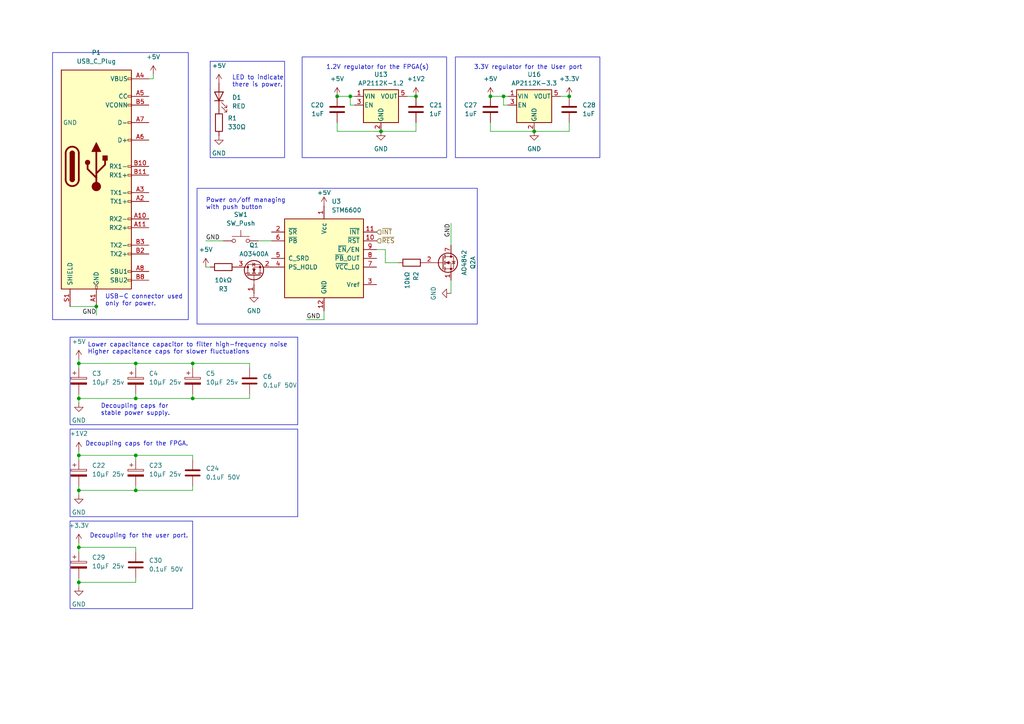
<source format=kicad_sch>
(kicad_sch (version 20230121) (generator eeschema)

  (uuid 3f36c871-be6c-4903-a321-ece74c96286e)

  (paper "A4")

  (lib_symbols
    (symbol "Connector:USB_C_Plug" (pin_names (offset 1.016)) (in_bom yes) (on_board yes)
      (property "Reference" "P" (at -10.16 29.21 0)
        (effects (font (size 1.27 1.27)) (justify left))
      )
      (property "Value" "USB_C_Plug" (at 10.16 29.21 0)
        (effects (font (size 1.27 1.27)) (justify right))
      )
      (property "Footprint" "" (at 3.81 0 0)
        (effects (font (size 1.27 1.27)) hide)
      )
      (property "Datasheet" "https://www.usb.org/sites/default/files/documents/usb_type-c.zip" (at 3.81 0 0)
        (effects (font (size 1.27 1.27)) hide)
      )
      (property "ki_keywords" "usb universal serial bus" (at 0 0 0)
        (effects (font (size 1.27 1.27)) hide)
      )
      (property "ki_description" "USB Type-C Plug connector" (at 0 0 0)
        (effects (font (size 1.27 1.27)) hide)
      )
      (property "ki_fp_filters" "USB*C*Plug*" (at 0 0 0)
        (effects (font (size 1.27 1.27)) hide)
      )
      (symbol "USB_C_Plug_0_0"
        (rectangle (start -0.254 -35.56) (end 0.254 -34.544)
          (stroke (width 0) (type default))
          (fill (type none))
        )
        (rectangle (start 10.16 -32.766) (end 9.144 -33.274)
          (stroke (width 0) (type default))
          (fill (type none))
        )
        (rectangle (start 10.16 -30.226) (end 9.144 -30.734)
          (stroke (width 0) (type default))
          (fill (type none))
        )
        (rectangle (start 10.16 -25.146) (end 9.144 -25.654)
          (stroke (width 0) (type default))
          (fill (type none))
        )
        (rectangle (start 10.16 -22.606) (end 9.144 -23.114)
          (stroke (width 0) (type default))
          (fill (type none))
        )
        (rectangle (start 10.16 -17.526) (end 9.144 -18.034)
          (stroke (width 0) (type default))
          (fill (type none))
        )
        (rectangle (start 10.16 -14.986) (end 9.144 -15.494)
          (stroke (width 0) (type default))
          (fill (type none))
        )
        (rectangle (start 10.16 -9.906) (end 9.144 -10.414)
          (stroke (width 0) (type default))
          (fill (type none))
        )
        (rectangle (start 10.16 -7.366) (end 9.144 -7.874)
          (stroke (width 0) (type default))
          (fill (type none))
        )
        (rectangle (start 10.16 -2.286) (end 9.144 -2.794)
          (stroke (width 0) (type default))
          (fill (type none))
        )
        (rectangle (start 10.16 0.254) (end 9.144 -0.254)
          (stroke (width 0) (type default))
          (fill (type none))
        )
        (rectangle (start 10.16 7.874) (end 9.144 7.366)
          (stroke (width 0) (type default))
          (fill (type none))
        )
        (rectangle (start 10.16 12.954) (end 9.144 12.446)
          (stroke (width 0) (type default))
          (fill (type none))
        )
        (rectangle (start 10.16 18.034) (end 9.144 17.526)
          (stroke (width 0) (type default))
          (fill (type none))
        )
        (rectangle (start 10.16 20.574) (end 9.144 20.066)
          (stroke (width 0) (type default))
          (fill (type none))
        )
        (rectangle (start 10.16 25.654) (end 9.144 25.146)
          (stroke (width 0) (type default))
          (fill (type none))
        )
      )
      (symbol "USB_C_Plug_0_1"
        (rectangle (start -10.16 27.94) (end 10.16 -35.56)
          (stroke (width 0.254) (type default))
          (fill (type background))
        )
        (arc (start -8.89 -3.81) (mid -6.985 -5.7067) (end -5.08 -3.81)
          (stroke (width 0.508) (type default))
          (fill (type none))
        )
        (arc (start -7.62 -3.81) (mid -6.985 -4.4423) (end -6.35 -3.81)
          (stroke (width 0.254) (type default))
          (fill (type none))
        )
        (arc (start -7.62 -3.81) (mid -6.985 -4.4423) (end -6.35 -3.81)
          (stroke (width 0.254) (type default))
          (fill (type outline))
        )
        (rectangle (start -7.62 -3.81) (end -6.35 3.81)
          (stroke (width 0.254) (type default))
          (fill (type outline))
        )
        (arc (start -6.35 3.81) (mid -6.985 4.4423) (end -7.62 3.81)
          (stroke (width 0.254) (type default))
          (fill (type none))
        )
        (arc (start -6.35 3.81) (mid -6.985 4.4423) (end -7.62 3.81)
          (stroke (width 0.254) (type default))
          (fill (type outline))
        )
        (arc (start -5.08 3.81) (mid -6.985 5.7067) (end -8.89 3.81)
          (stroke (width 0.508) (type default))
          (fill (type none))
        )
        (polyline
          (pts
            (xy -8.89 -3.81)
            (xy -8.89 3.81)
          )
          (stroke (width 0.508) (type default))
          (fill (type none))
        )
        (polyline
          (pts
            (xy -5.08 3.81)
            (xy -5.08 -3.81)
          )
          (stroke (width 0.508) (type default))
          (fill (type none))
        )
      )
      (symbol "USB_C_Plug_1_1"
        (circle (center -2.54 1.143) (radius 0.635)
          (stroke (width 0.254) (type default))
          (fill (type outline))
        )
        (circle (center 0 -5.842) (radius 1.27)
          (stroke (width 0) (type default))
          (fill (type outline))
        )
        (polyline
          (pts
            (xy 0 -5.842)
            (xy 0 4.318)
          )
          (stroke (width 0.508) (type default))
          (fill (type none))
        )
        (polyline
          (pts
            (xy 0 -3.302)
            (xy -2.54 -0.762)
            (xy -2.54 0.508)
          )
          (stroke (width 0.508) (type default))
          (fill (type none))
        )
        (polyline
          (pts
            (xy 0 -2.032)
            (xy 2.54 0.508)
            (xy 2.54 1.778)
          )
          (stroke (width 0.508) (type default))
          (fill (type none))
        )
        (polyline
          (pts
            (xy -1.27 4.318)
            (xy 0 6.858)
            (xy 1.27 4.318)
            (xy -1.27 4.318)
          )
          (stroke (width 0.254) (type default))
          (fill (type outline))
        )
        (rectangle (start 1.905 1.778) (end 3.175 3.048)
          (stroke (width 0.254) (type default))
          (fill (type outline))
        )
        (pin passive line (at 0 -40.64 90) (length 5.08)
          (name "GND" (effects (font (size 1.27 1.27))))
          (number "A1" (effects (font (size 1.27 1.27))))
        )
        (pin bidirectional line (at 15.24 -15.24 180) (length 5.08)
          (name "RX2-" (effects (font (size 1.27 1.27))))
          (number "A10" (effects (font (size 1.27 1.27))))
        )
        (pin bidirectional line (at 15.24 -17.78 180) (length 5.08)
          (name "RX2+" (effects (font (size 1.27 1.27))))
          (number "A11" (effects (font (size 1.27 1.27))))
        )
        (pin passive line (at 0 -40.64 90) (length 5.08) hide
          (name "GND" (effects (font (size 1.27 1.27))))
          (number "A12" (effects (font (size 1.27 1.27))))
        )
        (pin bidirectional line (at 15.24 -10.16 180) (length 5.08)
          (name "TX1+" (effects (font (size 1.27 1.27))))
          (number "A2" (effects (font (size 1.27 1.27))))
        )
        (pin bidirectional line (at 15.24 -7.62 180) (length 5.08)
          (name "TX1-" (effects (font (size 1.27 1.27))))
          (number "A3" (effects (font (size 1.27 1.27))))
        )
        (pin passive line (at 15.24 25.4 180) (length 5.08)
          (name "VBUS" (effects (font (size 1.27 1.27))))
          (number "A4" (effects (font (size 1.27 1.27))))
        )
        (pin bidirectional line (at 15.24 20.32 180) (length 5.08)
          (name "CC" (effects (font (size 1.27 1.27))))
          (number "A5" (effects (font (size 1.27 1.27))))
        )
        (pin bidirectional line (at 15.24 7.62 180) (length 5.08)
          (name "D+" (effects (font (size 1.27 1.27))))
          (number "A6" (effects (font (size 1.27 1.27))))
        )
        (pin bidirectional line (at 15.24 12.7 180) (length 5.08)
          (name "D-" (effects (font (size 1.27 1.27))))
          (number "A7" (effects (font (size 1.27 1.27))))
        )
        (pin bidirectional line (at 15.24 -30.48 180) (length 5.08)
          (name "SBU1" (effects (font (size 1.27 1.27))))
          (number "A8" (effects (font (size 1.27 1.27))))
        )
        (pin passive line (at 15.24 25.4 180) (length 5.08) hide
          (name "VBUS" (effects (font (size 1.27 1.27))))
          (number "A9" (effects (font (size 1.27 1.27))))
        )
        (pin passive line (at 0 -40.64 90) (length 5.08) hide
          (name "GND" (effects (font (size 1.27 1.27))))
          (number "B1" (effects (font (size 1.27 1.27))))
        )
        (pin bidirectional line (at 15.24 0 180) (length 5.08)
          (name "RX1-" (effects (font (size 1.27 1.27))))
          (number "B10" (effects (font (size 1.27 1.27))))
        )
        (pin bidirectional line (at 15.24 -2.54 180) (length 5.08)
          (name "RX1+" (effects (font (size 1.27 1.27))))
          (number "B11" (effects (font (size 1.27 1.27))))
        )
        (pin passive line (at 0 -40.64 90) (length 5.08) hide
          (name "GND" (effects (font (size 1.27 1.27))))
          (number "B12" (effects (font (size 1.27 1.27))))
        )
        (pin bidirectional line (at 15.24 -25.4 180) (length 5.08)
          (name "TX2+" (effects (font (size 1.27 1.27))))
          (number "B2" (effects (font (size 1.27 1.27))))
        )
        (pin bidirectional line (at 15.24 -22.86 180) (length 5.08)
          (name "TX2-" (effects (font (size 1.27 1.27))))
          (number "B3" (effects (font (size 1.27 1.27))))
        )
        (pin passive line (at 15.24 25.4 180) (length 5.08) hide
          (name "VBUS" (effects (font (size 1.27 1.27))))
          (number "B4" (effects (font (size 1.27 1.27))))
        )
        (pin bidirectional line (at 15.24 17.78 180) (length 5.08)
          (name "VCONN" (effects (font (size 1.27 1.27))))
          (number "B5" (effects (font (size 1.27 1.27))))
        )
        (pin bidirectional line (at 15.24 -33.02 180) (length 5.08)
          (name "SBU2" (effects (font (size 1.27 1.27))))
          (number "B8" (effects (font (size 1.27 1.27))))
        )
        (pin passive line (at 15.24 25.4 180) (length 5.08) hide
          (name "VBUS" (effects (font (size 1.27 1.27))))
          (number "B9" (effects (font (size 1.27 1.27))))
        )
        (pin passive line (at -7.62 -40.64 90) (length 5.08)
          (name "SHIELD" (effects (font (size 1.27 1.27))))
          (number "S1" (effects (font (size 1.27 1.27))))
        )
      )
    )
    (symbol "Device:C" (pin_numbers hide) (pin_names (offset 0.254)) (in_bom yes) (on_board yes)
      (property "Reference" "C" (at 0.635 2.54 0)
        (effects (font (size 1.27 1.27)) (justify left))
      )
      (property "Value" "C" (at 0.635 -2.54 0)
        (effects (font (size 1.27 1.27)) (justify left))
      )
      (property "Footprint" "" (at 0.9652 -3.81 0)
        (effects (font (size 1.27 1.27)) hide)
      )
      (property "Datasheet" "~" (at 0 0 0)
        (effects (font (size 1.27 1.27)) hide)
      )
      (property "ki_keywords" "cap capacitor" (at 0 0 0)
        (effects (font (size 1.27 1.27)) hide)
      )
      (property "ki_description" "Unpolarized capacitor" (at 0 0 0)
        (effects (font (size 1.27 1.27)) hide)
      )
      (property "ki_fp_filters" "C_*" (at 0 0 0)
        (effects (font (size 1.27 1.27)) hide)
      )
      (symbol "C_0_1"
        (polyline
          (pts
            (xy -2.032 -0.762)
            (xy 2.032 -0.762)
          )
          (stroke (width 0.508) (type default))
          (fill (type none))
        )
        (polyline
          (pts
            (xy -2.032 0.762)
            (xy 2.032 0.762)
          )
          (stroke (width 0.508) (type default))
          (fill (type none))
        )
      )
      (symbol "C_1_1"
        (pin passive line (at 0 3.81 270) (length 2.794)
          (name "~" (effects (font (size 1.27 1.27))))
          (number "1" (effects (font (size 1.27 1.27))))
        )
        (pin passive line (at 0 -3.81 90) (length 2.794)
          (name "~" (effects (font (size 1.27 1.27))))
          (number "2" (effects (font (size 1.27 1.27))))
        )
      )
    )
    (symbol "Device:C_Polarized" (pin_numbers hide) (pin_names (offset 0.254)) (in_bom yes) (on_board yes)
      (property "Reference" "C" (at 0.635 2.54 0)
        (effects (font (size 1.27 1.27)) (justify left))
      )
      (property "Value" "C_Polarized" (at 0.635 -2.54 0)
        (effects (font (size 1.27 1.27)) (justify left))
      )
      (property "Footprint" "" (at 0.9652 -3.81 0)
        (effects (font (size 1.27 1.27)) hide)
      )
      (property "Datasheet" "~" (at 0 0 0)
        (effects (font (size 1.27 1.27)) hide)
      )
      (property "ki_keywords" "cap capacitor" (at 0 0 0)
        (effects (font (size 1.27 1.27)) hide)
      )
      (property "ki_description" "Polarized capacitor" (at 0 0 0)
        (effects (font (size 1.27 1.27)) hide)
      )
      (property "ki_fp_filters" "CP_*" (at 0 0 0)
        (effects (font (size 1.27 1.27)) hide)
      )
      (symbol "C_Polarized_0_1"
        (rectangle (start -2.286 0.508) (end 2.286 1.016)
          (stroke (width 0) (type default))
          (fill (type none))
        )
        (polyline
          (pts
            (xy -1.778 2.286)
            (xy -0.762 2.286)
          )
          (stroke (width 0) (type default))
          (fill (type none))
        )
        (polyline
          (pts
            (xy -1.27 2.794)
            (xy -1.27 1.778)
          )
          (stroke (width 0) (type default))
          (fill (type none))
        )
        (rectangle (start 2.286 -0.508) (end -2.286 -1.016)
          (stroke (width 0) (type default))
          (fill (type outline))
        )
      )
      (symbol "C_Polarized_1_1"
        (pin passive line (at 0 3.81 270) (length 2.794)
          (name "~" (effects (font (size 1.27 1.27))))
          (number "1" (effects (font (size 1.27 1.27))))
        )
        (pin passive line (at 0 -3.81 90) (length 2.794)
          (name "~" (effects (font (size 1.27 1.27))))
          (number "2" (effects (font (size 1.27 1.27))))
        )
      )
    )
    (symbol "Device:LED" (pin_numbers hide) (pin_names (offset 1.016) hide) (in_bom yes) (on_board yes)
      (property "Reference" "D" (at 0 2.54 0)
        (effects (font (size 1.27 1.27)))
      )
      (property "Value" "LED" (at 0 -2.54 0)
        (effects (font (size 1.27 1.27)))
      )
      (property "Footprint" "" (at 0 0 0)
        (effects (font (size 1.27 1.27)) hide)
      )
      (property "Datasheet" "~" (at 0 0 0)
        (effects (font (size 1.27 1.27)) hide)
      )
      (property "ki_keywords" "LED diode" (at 0 0 0)
        (effects (font (size 1.27 1.27)) hide)
      )
      (property "ki_description" "Light emitting diode" (at 0 0 0)
        (effects (font (size 1.27 1.27)) hide)
      )
      (property "ki_fp_filters" "LED* LED_SMD:* LED_THT:*" (at 0 0 0)
        (effects (font (size 1.27 1.27)) hide)
      )
      (symbol "LED_0_1"
        (polyline
          (pts
            (xy -1.27 -1.27)
            (xy -1.27 1.27)
          )
          (stroke (width 0.254) (type default))
          (fill (type none))
        )
        (polyline
          (pts
            (xy -1.27 0)
            (xy 1.27 0)
          )
          (stroke (width 0) (type default))
          (fill (type none))
        )
        (polyline
          (pts
            (xy 1.27 -1.27)
            (xy 1.27 1.27)
            (xy -1.27 0)
            (xy 1.27 -1.27)
          )
          (stroke (width 0.254) (type default))
          (fill (type none))
        )
        (polyline
          (pts
            (xy -3.048 -0.762)
            (xy -4.572 -2.286)
            (xy -3.81 -2.286)
            (xy -4.572 -2.286)
            (xy -4.572 -1.524)
          )
          (stroke (width 0) (type default))
          (fill (type none))
        )
        (polyline
          (pts
            (xy -1.778 -0.762)
            (xy -3.302 -2.286)
            (xy -2.54 -2.286)
            (xy -3.302 -2.286)
            (xy -3.302 -1.524)
          )
          (stroke (width 0) (type default))
          (fill (type none))
        )
      )
      (symbol "LED_1_1"
        (pin passive line (at -3.81 0 0) (length 2.54)
          (name "K" (effects (font (size 1.27 1.27))))
          (number "1" (effects (font (size 1.27 1.27))))
        )
        (pin passive line (at 3.81 0 180) (length 2.54)
          (name "A" (effects (font (size 1.27 1.27))))
          (number "2" (effects (font (size 1.27 1.27))))
        )
      )
    )
    (symbol "Device:R" (pin_numbers hide) (pin_names (offset 0)) (in_bom yes) (on_board yes)
      (property "Reference" "R" (at 2.032 0 90)
        (effects (font (size 1.27 1.27)))
      )
      (property "Value" "R" (at 0 0 90)
        (effects (font (size 1.27 1.27)))
      )
      (property "Footprint" "" (at -1.778 0 90)
        (effects (font (size 1.27 1.27)) hide)
      )
      (property "Datasheet" "~" (at 0 0 0)
        (effects (font (size 1.27 1.27)) hide)
      )
      (property "ki_keywords" "R res resistor" (at 0 0 0)
        (effects (font (size 1.27 1.27)) hide)
      )
      (property "ki_description" "Resistor" (at 0 0 0)
        (effects (font (size 1.27 1.27)) hide)
      )
      (property "ki_fp_filters" "R_*" (at 0 0 0)
        (effects (font (size 1.27 1.27)) hide)
      )
      (symbol "R_0_1"
        (rectangle (start -1.016 -2.54) (end 1.016 2.54)
          (stroke (width 0.254) (type default))
          (fill (type none))
        )
      )
      (symbol "R_1_1"
        (pin passive line (at 0 3.81 270) (length 1.27)
          (name "~" (effects (font (size 1.27 1.27))))
          (number "1" (effects (font (size 1.27 1.27))))
        )
        (pin passive line (at 0 -3.81 90) (length 1.27)
          (name "~" (effects (font (size 1.27 1.27))))
          (number "2" (effects (font (size 1.27 1.27))))
        )
      )
    )
    (symbol "Power_Management:STM6600" (pin_names (offset 1.016)) (in_bom yes) (on_board yes)
      (property "Reference" "U" (at -2.54 15.24 0)
        (effects (font (size 1.27 1.27)) (justify right))
      )
      (property "Value" "STM6600" (at -2.54 12.7 0)
        (effects (font (size 1.27 1.27)) (justify right))
      )
      (property "Footprint" "Package_DFN_QFN:TDFN-12_2x3mm_P0.5mm" (at 0 -17.78 0)
        (effects (font (size 1.27 1.27)) hide)
      )
      (property "Datasheet" "http://www.st.com/resource/en/datasheet/stm6600.pdf" (at -10.16 15.24 0)
        (effects (font (size 1.27 1.27)) hide)
      )
      (property "ki_keywords" "push-button-controller low-power" (at 0 0 0)
        (effects (font (size 1.27 1.27)) hide)
      )
      (property "ki_description" "Smart push-button on/off controller, power-on lockout, Low Power, 1.6-5.5V, TDFN12" (at 0 0 0)
        (effects (font (size 1.27 1.27)) hide)
      )
      (property "ki_fp_filters" "TDFN*2x3mm*P0.5mm*" (at 0 0 0)
        (effects (font (size 1.27 1.27)) hide)
      )
      (symbol "STM6600_0_1"
        (rectangle (start -11.43 11.43) (end 11.43 -11.43)
          (stroke (width 0.254) (type default))
          (fill (type background))
        )
      )
      (symbol "STM6600_1_1"
        (pin power_in line (at 0 15.24 270) (length 3.81)
          (name "Vcc" (effects (font (size 1.27 1.27))))
          (number "1" (effects (font (size 1.27 1.27))))
        )
        (pin open_collector line (at 15.24 5.08 180) (length 3.81)
          (name "~{RST}" (effects (font (size 1.27 1.27))))
          (number "10" (effects (font (size 1.27 1.27))))
        )
        (pin open_collector line (at 15.24 7.62 180) (length 3.81)
          (name "~{INT}" (effects (font (size 1.27 1.27))))
          (number "11" (effects (font (size 1.27 1.27))))
        )
        (pin power_in line (at 0 -15.24 90) (length 3.81)
          (name "GND" (effects (font (size 1.27 1.27))))
          (number "12" (effects (font (size 1.27 1.27))))
        )
        (pin input line (at -15.24 7.62 0) (length 3.81)
          (name "~{SR}" (effects (font (size 1.27 1.27))))
          (number "2" (effects (font (size 1.27 1.27))))
        )
        (pin output line (at 15.24 -7.62 180) (length 3.81)
          (name "Vref" (effects (font (size 1.27 1.27))))
          (number "3" (effects (font (size 1.27 1.27))))
        )
        (pin input line (at -15.24 -2.54 0) (length 3.81)
          (name "PS_HOLD" (effects (font (size 1.27 1.27))))
          (number "4" (effects (font (size 1.27 1.27))))
        )
        (pin input line (at -15.24 0 0) (length 3.81)
          (name "C_SRD" (effects (font (size 1.27 1.27))))
          (number "5" (effects (font (size 1.27 1.27))))
        )
        (pin input line (at -15.24 5.08 0) (length 3.81)
          (name "~{PB}" (effects (font (size 1.27 1.27))))
          (number "6" (effects (font (size 1.27 1.27))))
        )
        (pin open_collector line (at 15.24 -2.54 180) (length 3.81)
          (name "~{VCC}_LO" (effects (font (size 1.27 1.27))))
          (number "7" (effects (font (size 1.27 1.27))))
        )
        (pin open_collector line (at 15.24 0 180) (length 3.81)
          (name "~{PB}_OUT" (effects (font (size 1.27 1.27))))
          (number "8" (effects (font (size 1.27 1.27))))
        )
        (pin output line (at 15.24 2.54 180) (length 3.81)
          (name "~{EN}/EN" (effects (font (size 1.27 1.27))))
          (number "9" (effects (font (size 1.27 1.27))))
        )
      )
    )
    (symbol "Regulator_Linear:AP2112K-1.2" (pin_names (offset 0.254)) (in_bom yes) (on_board yes)
      (property "Reference" "U" (at -5.08 5.715 0)
        (effects (font (size 1.27 1.27)) (justify left))
      )
      (property "Value" "AP2112K-1.2" (at 0 5.715 0)
        (effects (font (size 1.27 1.27)) (justify left))
      )
      (property "Footprint" "Package_TO_SOT_SMD:SOT-23-5" (at 0 8.255 0)
        (effects (font (size 1.27 1.27)) hide)
      )
      (property "Datasheet" "https://www.diodes.com/assets/Datasheets/AP2112.pdf" (at 0 2.54 0)
        (effects (font (size 1.27 1.27)) hide)
      )
      (property "ki_keywords" "linear regulator ldo fixed positive" (at 0 0 0)
        (effects (font (size 1.27 1.27)) hide)
      )
      (property "ki_description" "600mA low dropout linear regulator, with enable pin, 2.5V-6V input voltage range, 1.2V fixed positive output, SOT-23-5" (at 0 0 0)
        (effects (font (size 1.27 1.27)) hide)
      )
      (property "ki_fp_filters" "SOT?23?5*" (at 0 0 0)
        (effects (font (size 1.27 1.27)) hide)
      )
      (symbol "AP2112K-1.2_0_1"
        (rectangle (start -5.08 4.445) (end 5.08 -5.08)
          (stroke (width 0.254) (type default))
          (fill (type background))
        )
      )
      (symbol "AP2112K-1.2_1_1"
        (pin power_in line (at -7.62 2.54 0) (length 2.54)
          (name "VIN" (effects (font (size 1.27 1.27))))
          (number "1" (effects (font (size 1.27 1.27))))
        )
        (pin power_in line (at 0 -7.62 90) (length 2.54)
          (name "GND" (effects (font (size 1.27 1.27))))
          (number "2" (effects (font (size 1.27 1.27))))
        )
        (pin input line (at -7.62 0 0) (length 2.54)
          (name "EN" (effects (font (size 1.27 1.27))))
          (number "3" (effects (font (size 1.27 1.27))))
        )
        (pin no_connect line (at 5.08 0 180) (length 2.54) hide
          (name "NC" (effects (font (size 1.27 1.27))))
          (number "4" (effects (font (size 1.27 1.27))))
        )
        (pin power_out line (at 7.62 2.54 180) (length 2.54)
          (name "VOUT" (effects (font (size 1.27 1.27))))
          (number "5" (effects (font (size 1.27 1.27))))
        )
      )
    )
    (symbol "Regulator_Linear:AP2112K-3.3" (pin_names (offset 0.254)) (in_bom yes) (on_board yes)
      (property "Reference" "U" (at -5.08 5.715 0)
        (effects (font (size 1.27 1.27)) (justify left))
      )
      (property "Value" "AP2112K-3.3" (at 0 5.715 0)
        (effects (font (size 1.27 1.27)) (justify left))
      )
      (property "Footprint" "Package_TO_SOT_SMD:SOT-23-5" (at 0 8.255 0)
        (effects (font (size 1.27 1.27)) hide)
      )
      (property "Datasheet" "https://www.diodes.com/assets/Datasheets/AP2112.pdf" (at 0 2.54 0)
        (effects (font (size 1.27 1.27)) hide)
      )
      (property "ki_keywords" "linear regulator ldo fixed positive" (at 0 0 0)
        (effects (font (size 1.27 1.27)) hide)
      )
      (property "ki_description" "600mA low dropout linear regulator, with enable pin, 3.8V-6V input voltage range, 3.3V fixed positive output, SOT-23-5" (at 0 0 0)
        (effects (font (size 1.27 1.27)) hide)
      )
      (property "ki_fp_filters" "SOT?23?5*" (at 0 0 0)
        (effects (font (size 1.27 1.27)) hide)
      )
      (symbol "AP2112K-3.3_0_1"
        (rectangle (start -5.08 4.445) (end 5.08 -5.08)
          (stroke (width 0.254) (type default))
          (fill (type background))
        )
      )
      (symbol "AP2112K-3.3_1_1"
        (pin power_in line (at -7.62 2.54 0) (length 2.54)
          (name "VIN" (effects (font (size 1.27 1.27))))
          (number "1" (effects (font (size 1.27 1.27))))
        )
        (pin power_in line (at 0 -7.62 90) (length 2.54)
          (name "GND" (effects (font (size 1.27 1.27))))
          (number "2" (effects (font (size 1.27 1.27))))
        )
        (pin input line (at -7.62 0 0) (length 2.54)
          (name "EN" (effects (font (size 1.27 1.27))))
          (number "3" (effects (font (size 1.27 1.27))))
        )
        (pin no_connect line (at 5.08 0 180) (length 2.54) hide
          (name "NC" (effects (font (size 1.27 1.27))))
          (number "4" (effects (font (size 1.27 1.27))))
        )
        (pin power_out line (at 7.62 2.54 180) (length 2.54)
          (name "VOUT" (effects (font (size 1.27 1.27))))
          (number "5" (effects (font (size 1.27 1.27))))
        )
      )
    )
    (symbol "Switch:SW_Push" (pin_numbers hide) (pin_names (offset 1.016) hide) (in_bom yes) (on_board yes)
      (property "Reference" "SW" (at 1.27 2.54 0)
        (effects (font (size 1.27 1.27)) (justify left))
      )
      (property "Value" "SW_Push" (at 0 -1.524 0)
        (effects (font (size 1.27 1.27)))
      )
      (property "Footprint" "" (at 0 5.08 0)
        (effects (font (size 1.27 1.27)) hide)
      )
      (property "Datasheet" "~" (at 0 5.08 0)
        (effects (font (size 1.27 1.27)) hide)
      )
      (property "ki_keywords" "switch normally-open pushbutton push-button" (at 0 0 0)
        (effects (font (size 1.27 1.27)) hide)
      )
      (property "ki_description" "Push button switch, generic, two pins" (at 0 0 0)
        (effects (font (size 1.27 1.27)) hide)
      )
      (symbol "SW_Push_0_1"
        (circle (center -2.032 0) (radius 0.508)
          (stroke (width 0) (type default))
          (fill (type none))
        )
        (polyline
          (pts
            (xy 0 1.27)
            (xy 0 3.048)
          )
          (stroke (width 0) (type default))
          (fill (type none))
        )
        (polyline
          (pts
            (xy 2.54 1.27)
            (xy -2.54 1.27)
          )
          (stroke (width 0) (type default))
          (fill (type none))
        )
        (circle (center 2.032 0) (radius 0.508)
          (stroke (width 0) (type default))
          (fill (type none))
        )
        (pin passive line (at -5.08 0 0) (length 2.54)
          (name "1" (effects (font (size 1.27 1.27))))
          (number "1" (effects (font (size 1.27 1.27))))
        )
        (pin passive line (at 5.08 0 180) (length 2.54)
          (name "2" (effects (font (size 1.27 1.27))))
          (number "2" (effects (font (size 1.27 1.27))))
        )
      )
    )
    (symbol "Transistor_FET:AO3400A" (pin_names hide) (in_bom yes) (on_board yes)
      (property "Reference" "Q" (at 5.08 1.905 0)
        (effects (font (size 1.27 1.27)) (justify left))
      )
      (property "Value" "AO3400A" (at 5.08 0 0)
        (effects (font (size 1.27 1.27)) (justify left))
      )
      (property "Footprint" "Package_TO_SOT_SMD:SOT-23" (at 5.08 -1.905 0)
        (effects (font (size 1.27 1.27) italic) (justify left) hide)
      )
      (property "Datasheet" "http://www.aosmd.com/pdfs/datasheet/AO3400A.pdf" (at 5.08 -3.81 0)
        (effects (font (size 1.27 1.27)) (justify left) hide)
      )
      (property "ki_keywords" "N-Channel MOSFET" (at 0 0 0)
        (effects (font (size 1.27 1.27)) hide)
      )
      (property "ki_description" "30V Vds, 5.7A Id, N-Channel MOSFET, SOT-23" (at 0 0 0)
        (effects (font (size 1.27 1.27)) hide)
      )
      (property "ki_fp_filters" "SOT?23*" (at 0 0 0)
        (effects (font (size 1.27 1.27)) hide)
      )
      (symbol "AO3400A_0_1"
        (polyline
          (pts
            (xy 0.254 0)
            (xy -2.54 0)
          )
          (stroke (width 0) (type default))
          (fill (type none))
        )
        (polyline
          (pts
            (xy 0.254 1.905)
            (xy 0.254 -1.905)
          )
          (stroke (width 0.254) (type default))
          (fill (type none))
        )
        (polyline
          (pts
            (xy 0.762 -1.27)
            (xy 0.762 -2.286)
          )
          (stroke (width 0.254) (type default))
          (fill (type none))
        )
        (polyline
          (pts
            (xy 0.762 0.508)
            (xy 0.762 -0.508)
          )
          (stroke (width 0.254) (type default))
          (fill (type none))
        )
        (polyline
          (pts
            (xy 0.762 2.286)
            (xy 0.762 1.27)
          )
          (stroke (width 0.254) (type default))
          (fill (type none))
        )
        (polyline
          (pts
            (xy 2.54 2.54)
            (xy 2.54 1.778)
          )
          (stroke (width 0) (type default))
          (fill (type none))
        )
        (polyline
          (pts
            (xy 2.54 -2.54)
            (xy 2.54 0)
            (xy 0.762 0)
          )
          (stroke (width 0) (type default))
          (fill (type none))
        )
        (polyline
          (pts
            (xy 0.762 -1.778)
            (xy 3.302 -1.778)
            (xy 3.302 1.778)
            (xy 0.762 1.778)
          )
          (stroke (width 0) (type default))
          (fill (type none))
        )
        (polyline
          (pts
            (xy 1.016 0)
            (xy 2.032 0.381)
            (xy 2.032 -0.381)
            (xy 1.016 0)
          )
          (stroke (width 0) (type default))
          (fill (type outline))
        )
        (polyline
          (pts
            (xy 2.794 0.508)
            (xy 2.921 0.381)
            (xy 3.683 0.381)
            (xy 3.81 0.254)
          )
          (stroke (width 0) (type default))
          (fill (type none))
        )
        (polyline
          (pts
            (xy 3.302 0.381)
            (xy 2.921 -0.254)
            (xy 3.683 -0.254)
            (xy 3.302 0.381)
          )
          (stroke (width 0) (type default))
          (fill (type none))
        )
        (circle (center 1.651 0) (radius 2.794)
          (stroke (width 0.254) (type default))
          (fill (type none))
        )
        (circle (center 2.54 -1.778) (radius 0.254)
          (stroke (width 0) (type default))
          (fill (type outline))
        )
        (circle (center 2.54 1.778) (radius 0.254)
          (stroke (width 0) (type default))
          (fill (type outline))
        )
      )
      (symbol "AO3400A_1_1"
        (pin input line (at -5.08 0 0) (length 2.54)
          (name "G" (effects (font (size 1.27 1.27))))
          (number "1" (effects (font (size 1.27 1.27))))
        )
        (pin passive line (at 2.54 -5.08 90) (length 2.54)
          (name "S" (effects (font (size 1.27 1.27))))
          (number "2" (effects (font (size 1.27 1.27))))
        )
        (pin passive line (at 2.54 5.08 270) (length 2.54)
          (name "D" (effects (font (size 1.27 1.27))))
          (number "3" (effects (font (size 1.27 1.27))))
        )
      )
    )
    (symbol "Transistor_FET:AO4842" (pin_names hide) (in_bom yes) (on_board yes)
      (property "Reference" "Q" (at 5.08 1.905 0)
        (effects (font (size 1.27 1.27)) (justify left))
      )
      (property "Value" "AO4842" (at 5.08 0 0)
        (effects (font (size 1.27 1.27)) (justify left))
      )
      (property "Footprint" "Package_SO:SOIC-8_3.9x4.9mm_P1.27mm" (at 5.08 -1.905 0)
        (effects (font (size 1.27 1.27) italic) (justify left) hide)
      )
      (property "Datasheet" "https://aosmd.com/sites/default/files/res/data_sheets/AO4842.pdf" (at 5.08 -3.81 0)
        (effects (font (size 1.27 1.27)) (justify left) hide)
      )
      (property "ki_keywords" "Dual N-Channel MOSFET" (at 0 0 0)
        (effects (font (size 1.27 1.27)) hide)
      )
      (property "ki_description" "7.7A Id, 30V Vds, Dual N-Channel MOSFET, 21mOhm Ron, SO-8" (at 0 0 0)
        (effects (font (size 1.27 1.27)) hide)
      )
      (property "ki_fp_filters" "SOIC*3.9x4.9mm*P1.27mm*" (at 0 0 0)
        (effects (font (size 1.27 1.27)) hide)
      )
      (symbol "AO4842_0_1"
        (polyline
          (pts
            (xy 0.254 0)
            (xy -2.54 0)
          )
          (stroke (width 0) (type default))
          (fill (type none))
        )
        (polyline
          (pts
            (xy 0.254 1.905)
            (xy 0.254 -1.905)
          )
          (stroke (width 0.254) (type default))
          (fill (type none))
        )
        (polyline
          (pts
            (xy 0.762 -1.27)
            (xy 0.762 -2.286)
          )
          (stroke (width 0.254) (type default))
          (fill (type none))
        )
        (polyline
          (pts
            (xy 0.762 0.508)
            (xy 0.762 -0.508)
          )
          (stroke (width 0.254) (type default))
          (fill (type none))
        )
        (polyline
          (pts
            (xy 0.762 2.286)
            (xy 0.762 1.27)
          )
          (stroke (width 0.254) (type default))
          (fill (type none))
        )
        (polyline
          (pts
            (xy 2.54 2.54)
            (xy 2.54 1.778)
          )
          (stroke (width 0) (type default))
          (fill (type none))
        )
        (polyline
          (pts
            (xy 2.54 -2.54)
            (xy 2.54 0)
            (xy 0.762 0)
          )
          (stroke (width 0) (type default))
          (fill (type none))
        )
        (polyline
          (pts
            (xy 0.762 -1.778)
            (xy 3.302 -1.778)
            (xy 3.302 1.778)
            (xy 0.762 1.778)
          )
          (stroke (width 0) (type default))
          (fill (type none))
        )
        (polyline
          (pts
            (xy 1.016 0)
            (xy 2.032 0.381)
            (xy 2.032 -0.381)
            (xy 1.016 0)
          )
          (stroke (width 0) (type default))
          (fill (type outline))
        )
        (polyline
          (pts
            (xy 2.794 0.508)
            (xy 2.921 0.381)
            (xy 3.683 0.381)
            (xy 3.81 0.254)
          )
          (stroke (width 0) (type default))
          (fill (type none))
        )
        (polyline
          (pts
            (xy 3.302 0.381)
            (xy 2.921 -0.254)
            (xy 3.683 -0.254)
            (xy 3.302 0.381)
          )
          (stroke (width 0) (type default))
          (fill (type none))
        )
        (circle (center 1.651 0) (radius 2.794)
          (stroke (width 0.254) (type default))
          (fill (type none))
        )
        (circle (center 2.54 -1.778) (radius 0.254)
          (stroke (width 0) (type default))
          (fill (type outline))
        )
        (circle (center 2.54 1.778) (radius 0.254)
          (stroke (width 0) (type default))
          (fill (type outline))
        )
      )
      (symbol "AO4842_1_1"
        (pin passive line (at 2.54 -5.08 90) (length 2.54)
          (name "S1" (effects (font (size 1.27 1.27))))
          (number "1" (effects (font (size 1.27 1.27))))
        )
        (pin passive line (at -5.08 0 0) (length 2.54)
          (name "G1" (effects (font (size 1.27 1.27))))
          (number "2" (effects (font (size 1.27 1.27))))
        )
        (pin passive line (at 2.54 5.08 270) (length 2.54)
          (name "D1" (effects (font (size 1.27 1.27))))
          (number "7" (effects (font (size 1.27 1.27))))
        )
        (pin passive line (at 2.54 5.08 270) (length 2.54) hide
          (name "D1" (effects (font (size 1.27 1.27))))
          (number "8" (effects (font (size 1.27 1.27))))
        )
      )
      (symbol "AO4842_2_1"
        (pin passive line (at 2.54 -5.08 90) (length 2.54)
          (name "S2" (effects (font (size 1.27 1.27))))
          (number "3" (effects (font (size 1.27 1.27))))
        )
        (pin passive line (at -5.08 0 0) (length 2.54)
          (name "G2" (effects (font (size 1.27 1.27))))
          (number "4" (effects (font (size 1.27 1.27))))
        )
        (pin passive line (at 2.54 5.08 270) (length 2.54)
          (name "D2" (effects (font (size 1.27 1.27))))
          (number "5" (effects (font (size 1.27 1.27))))
        )
        (pin passive line (at 2.54 5.08 270) (length 2.54) hide
          (name "D2" (effects (font (size 1.27 1.27))))
          (number "6" (effects (font (size 1.27 1.27))))
        )
      )
    )
    (symbol "power:+1V2" (power) (pin_names (offset 0)) (in_bom yes) (on_board yes)
      (property "Reference" "#PWR" (at 0 -3.81 0)
        (effects (font (size 1.27 1.27)) hide)
      )
      (property "Value" "+1V2" (at 0 3.556 0)
        (effects (font (size 1.27 1.27)))
      )
      (property "Footprint" "" (at 0 0 0)
        (effects (font (size 1.27 1.27)) hide)
      )
      (property "Datasheet" "" (at 0 0 0)
        (effects (font (size 1.27 1.27)) hide)
      )
      (property "ki_keywords" "global power" (at 0 0 0)
        (effects (font (size 1.27 1.27)) hide)
      )
      (property "ki_description" "Power symbol creates a global label with name \"+1V2\"" (at 0 0 0)
        (effects (font (size 1.27 1.27)) hide)
      )
      (symbol "+1V2_0_1"
        (polyline
          (pts
            (xy -0.762 1.27)
            (xy 0 2.54)
          )
          (stroke (width 0) (type default))
          (fill (type none))
        )
        (polyline
          (pts
            (xy 0 0)
            (xy 0 2.54)
          )
          (stroke (width 0) (type default))
          (fill (type none))
        )
        (polyline
          (pts
            (xy 0 2.54)
            (xy 0.762 1.27)
          )
          (stroke (width 0) (type default))
          (fill (type none))
        )
      )
      (symbol "+1V2_1_1"
        (pin power_in line (at 0 0 90) (length 0) hide
          (name "+1V2" (effects (font (size 1.27 1.27))))
          (number "1" (effects (font (size 1.27 1.27))))
        )
      )
    )
    (symbol "power:+3.3V" (power) (pin_names (offset 0)) (in_bom yes) (on_board yes)
      (property "Reference" "#PWR" (at 0 -3.81 0)
        (effects (font (size 1.27 1.27)) hide)
      )
      (property "Value" "+3.3V" (at 0 3.556 0)
        (effects (font (size 1.27 1.27)))
      )
      (property "Footprint" "" (at 0 0 0)
        (effects (font (size 1.27 1.27)) hide)
      )
      (property "Datasheet" "" (at 0 0 0)
        (effects (font (size 1.27 1.27)) hide)
      )
      (property "ki_keywords" "global power" (at 0 0 0)
        (effects (font (size 1.27 1.27)) hide)
      )
      (property "ki_description" "Power symbol creates a global label with name \"+3.3V\"" (at 0 0 0)
        (effects (font (size 1.27 1.27)) hide)
      )
      (symbol "+3.3V_0_1"
        (polyline
          (pts
            (xy -0.762 1.27)
            (xy 0 2.54)
          )
          (stroke (width 0) (type default))
          (fill (type none))
        )
        (polyline
          (pts
            (xy 0 0)
            (xy 0 2.54)
          )
          (stroke (width 0) (type default))
          (fill (type none))
        )
        (polyline
          (pts
            (xy 0 2.54)
            (xy 0.762 1.27)
          )
          (stroke (width 0) (type default))
          (fill (type none))
        )
      )
      (symbol "+3.3V_1_1"
        (pin power_in line (at 0 0 90) (length 0) hide
          (name "+3.3V" (effects (font (size 1.27 1.27))))
          (number "1" (effects (font (size 1.27 1.27))))
        )
      )
    )
    (symbol "power:+5V" (power) (pin_names (offset 0)) (in_bom yes) (on_board yes)
      (property "Reference" "#PWR" (at 0 -3.81 0)
        (effects (font (size 1.27 1.27)) hide)
      )
      (property "Value" "+5V" (at 0 3.556 0)
        (effects (font (size 1.27 1.27)))
      )
      (property "Footprint" "" (at 0 0 0)
        (effects (font (size 1.27 1.27)) hide)
      )
      (property "Datasheet" "" (at 0 0 0)
        (effects (font (size 1.27 1.27)) hide)
      )
      (property "ki_keywords" "global power" (at 0 0 0)
        (effects (font (size 1.27 1.27)) hide)
      )
      (property "ki_description" "Power symbol creates a global label with name \"+5V\"" (at 0 0 0)
        (effects (font (size 1.27 1.27)) hide)
      )
      (symbol "+5V_0_1"
        (polyline
          (pts
            (xy -0.762 1.27)
            (xy 0 2.54)
          )
          (stroke (width 0) (type default))
          (fill (type none))
        )
        (polyline
          (pts
            (xy 0 0)
            (xy 0 2.54)
          )
          (stroke (width 0) (type default))
          (fill (type none))
        )
        (polyline
          (pts
            (xy 0 2.54)
            (xy 0.762 1.27)
          )
          (stroke (width 0) (type default))
          (fill (type none))
        )
      )
      (symbol "+5V_1_1"
        (pin power_in line (at 0 0 90) (length 0) hide
          (name "+5V" (effects (font (size 1.27 1.27))))
          (number "1" (effects (font (size 1.27 1.27))))
        )
      )
    )
    (symbol "power:GND" (power) (pin_names (offset 0)) (in_bom yes) (on_board yes)
      (property "Reference" "#PWR" (at 0 -6.35 0)
        (effects (font (size 1.27 1.27)) hide)
      )
      (property "Value" "GND" (at 0 -3.81 0)
        (effects (font (size 1.27 1.27)))
      )
      (property "Footprint" "" (at 0 0 0)
        (effects (font (size 1.27 1.27)) hide)
      )
      (property "Datasheet" "" (at 0 0 0)
        (effects (font (size 1.27 1.27)) hide)
      )
      (property "ki_keywords" "global power" (at 0 0 0)
        (effects (font (size 1.27 1.27)) hide)
      )
      (property "ki_description" "Power symbol creates a global label with name \"GND\" , ground" (at 0 0 0)
        (effects (font (size 1.27 1.27)) hide)
      )
      (symbol "GND_0_1"
        (polyline
          (pts
            (xy 0 0)
            (xy 0 -1.27)
            (xy 1.27 -1.27)
            (xy 0 -2.54)
            (xy -1.27 -1.27)
            (xy 0 -1.27)
          )
          (stroke (width 0) (type default))
          (fill (type none))
        )
      )
      (symbol "GND_1_1"
        (pin power_in line (at 0 0 270) (length 0) hide
          (name "GND" (effects (font (size 1.27 1.27))))
          (number "1" (effects (font (size 1.27 1.27))))
        )
      )
    )
  )

  (junction (at 146.05 27.94) (diameter 0) (color 0 0 0 0)
    (uuid 06782f12-7b60-4cca-afd5-bc4798f87ad4)
  )
  (junction (at 101.6 27.94) (diameter 0) (color 0 0 0 0)
    (uuid 0810b869-1234-412c-ac30-ec545717d981)
  )
  (junction (at 39.37 142.24) (diameter 0) (color 0 0 0 0)
    (uuid 0ed86c45-92d1-4da5-8dbd-d5d6caf6ce72)
  )
  (junction (at 55.88 115.57) (diameter 0) (color 0 0 0 0)
    (uuid 105259f5-0e27-4c39-9d8d-415b215b2a20)
  )
  (junction (at 22.86 158.75) (diameter 0) (color 0 0 0 0)
    (uuid 26d5b069-2180-4868-92d1-ec64639c754b)
  )
  (junction (at 142.24 27.94) (diameter 0) (color 0 0 0 0)
    (uuid 2718e93e-10bb-4711-85e3-140ee053eefb)
  )
  (junction (at 120.65 27.94) (diameter 0) (color 0 0 0 0)
    (uuid 3cc3bf9f-859a-4b9a-8eeb-a44732034274)
  )
  (junction (at 22.86 142.24) (diameter 0) (color 0 0 0 0)
    (uuid 4b09a420-39e0-4e6a-87af-dc1e6a3d9f62)
  )
  (junction (at 39.37 132.08) (diameter 0) (color 0 0 0 0)
    (uuid 5ffa79ce-c399-4ead-98bb-a0c5bc802bd2)
  )
  (junction (at 22.86 132.08) (diameter 0) (color 0 0 0 0)
    (uuid 67928bfc-a685-49e8-8b16-79ab87bd2d38)
  )
  (junction (at 165.1 27.94) (diameter 0) (color 0 0 0 0)
    (uuid 6a018311-9d65-4e73-84a7-69509d5855df)
  )
  (junction (at 22.86 105.41) (diameter 0) (color 0 0 0 0)
    (uuid 796e6e55-8a70-4885-bffe-53e47c859fd5)
  )
  (junction (at 154.94 38.1) (diameter 0) (color 0 0 0 0)
    (uuid 7a0ae0c3-985c-469b-b5dd-8d5fb09a54be)
  )
  (junction (at 39.37 105.41) (diameter 0) (color 0 0 0 0)
    (uuid 89db7240-100a-49c1-9eab-347c84839e6d)
  )
  (junction (at 27.94 88.9) (diameter 0) (color 0 0 0 0)
    (uuid 8da6c279-49db-4b95-98e9-ca8f49594fc2)
  )
  (junction (at 39.37 115.57) (diameter 0) (color 0 0 0 0)
    (uuid b6780356-e9ce-456b-9a8a-46f15c87485d)
  )
  (junction (at 22.86 115.57) (diameter 0) (color 0 0 0 0)
    (uuid c3e63af3-d83d-4efe-86ce-13c6834fb780)
  )
  (junction (at 110.49 38.1) (diameter 0) (color 0 0 0 0)
    (uuid cc51fc28-b8f2-4d2e-8d96-af050205bebf)
  )
  (junction (at 55.88 105.41) (diameter 0) (color 0 0 0 0)
    (uuid cc567c35-0bc9-458f-9f14-558acd998c58)
  )
  (junction (at 22.86 168.91) (diameter 0) (color 0 0 0 0)
    (uuid ea07af67-5606-424e-9693-2183481c58bf)
  )
  (junction (at 97.79 27.94) (diameter 0) (color 0 0 0 0)
    (uuid fac69c3f-8c82-4d9c-8e01-6bb87b8f30a8)
  )

  (wire (pts (xy 162.56 27.94) (xy 165.1 27.94))
    (stroke (width 0) (type default))
    (uuid 025c3631-9c49-46cc-a03a-b610dd5968b1)
  )
  (wire (pts (xy 111.76 76.2) (xy 111.76 72.39))
    (stroke (width 0) (type default))
    (uuid 038c22a8-7ad2-4fb8-b651-6bddc02ef160)
  )
  (wire (pts (xy 22.86 132.08) (xy 22.86 133.35))
    (stroke (width 0) (type default))
    (uuid 066e6274-0bbc-46f3-bedc-2d77a0a8794c)
  )
  (wire (pts (xy 43.18 22.86) (xy 44.45 22.86))
    (stroke (width 0) (type default))
    (uuid 0fcb0155-2cef-4e1e-a083-513c1f67709b)
  )
  (wire (pts (xy 22.86 167.64) (xy 22.86 168.91))
    (stroke (width 0) (type default))
    (uuid 16749c7a-84c1-4094-a924-67d7e54c455a)
  )
  (wire (pts (xy 88.9 92.71) (xy 93.98 92.71))
    (stroke (width 0) (type default))
    (uuid 16a99ab3-b943-4b50-862f-ddf6f91ec0b7)
  )
  (wire (pts (xy 55.88 115.57) (xy 72.39 115.57))
    (stroke (width 0) (type default))
    (uuid 1a835057-77c2-4f24-b36f-b8e84d2c9797)
  )
  (wire (pts (xy 142.24 38.1) (xy 142.24 35.56))
    (stroke (width 0) (type default))
    (uuid 1ff6bcaf-0c3b-4400-8f26-d9ecd773d21c)
  )
  (wire (pts (xy 97.79 38.1) (xy 97.79 35.56))
    (stroke (width 0) (type default))
    (uuid 24bdc110-e757-4240-9c3f-8a1e0f5a8133)
  )
  (wire (pts (xy 39.37 132.08) (xy 39.37 133.35))
    (stroke (width 0) (type default))
    (uuid 31ed79b1-8741-416a-96cc-e1d640979465)
  )
  (wire (pts (xy 55.88 106.68) (xy 55.88 105.41))
    (stroke (width 0) (type default))
    (uuid 31f80be3-80fb-48d4-8ddb-4f2815a992f1)
  )
  (wire (pts (xy 72.39 105.41) (xy 55.88 105.41))
    (stroke (width 0) (type default))
    (uuid 3435a756-8a49-43b0-9723-1d23421bfb69)
  )
  (wire (pts (xy 146.05 27.94) (xy 146.05 30.48))
    (stroke (width 0) (type default))
    (uuid 38c81f88-8d17-45db-9049-f9e6069f0cf6)
  )
  (wire (pts (xy 115.57 76.2) (xy 111.76 76.2))
    (stroke (width 0) (type default))
    (uuid 396a04a3-c2be-4dee-9679-b362cec56306)
  )
  (wire (pts (xy 130.81 64.77) (xy 130.81 71.12))
    (stroke (width 0) (type default))
    (uuid 3e3a4f31-c10b-43c1-bcdc-0646fe589d66)
  )
  (wire (pts (xy 39.37 105.41) (xy 39.37 106.68))
    (stroke (width 0) (type default))
    (uuid 3f728822-3817-41b2-ad1c-ed697e010387)
  )
  (wire (pts (xy 59.69 77.47) (xy 60.96 77.47))
    (stroke (width 0) (type default))
    (uuid 40cbbce2-7f97-4a1f-bcaf-73516efe17c5)
  )
  (wire (pts (xy 39.37 158.75) (xy 22.86 158.75))
    (stroke (width 0) (type default))
    (uuid 437d69da-4ec6-4197-9592-e1158c4ab755)
  )
  (wire (pts (xy 22.86 130.81) (xy 22.86 132.08))
    (stroke (width 0) (type default))
    (uuid 43834116-1004-4383-86de-134ebde21f22)
  )
  (wire (pts (xy 154.94 38.1) (xy 165.1 38.1))
    (stroke (width 0) (type default))
    (uuid 43b8197f-1f14-47bd-895c-02b5027b5205)
  )
  (wire (pts (xy 39.37 142.24) (xy 55.88 142.24))
    (stroke (width 0) (type default))
    (uuid 453310fc-dcb4-4a5b-a706-e39ac9c43862)
  )
  (wire (pts (xy 39.37 132.08) (xy 22.86 132.08))
    (stroke (width 0) (type default))
    (uuid 45945df5-239c-48ad-a5d6-89aac003d1f9)
  )
  (wire (pts (xy 55.88 115.57) (xy 55.88 114.3))
    (stroke (width 0) (type default))
    (uuid 45f5ba54-e257-43fe-8115-5c1f47768789)
  )
  (wire (pts (xy 20.32 88.9) (xy 27.94 88.9))
    (stroke (width 0) (type default))
    (uuid 48ff9f90-275a-4dd7-a24b-c864f6f9530d)
  )
  (wire (pts (xy 22.86 105.41) (xy 22.86 104.14))
    (stroke (width 0) (type default))
    (uuid 5409be2e-09b5-4b21-b19e-75fe3aa10c5d)
  )
  (wire (pts (xy 39.37 105.41) (xy 22.86 105.41))
    (stroke (width 0) (type default))
    (uuid 58cbf774-16bc-4dfe-bba7-c943f6a712e0)
  )
  (wire (pts (xy 22.86 142.24) (xy 22.86 143.51))
    (stroke (width 0) (type default))
    (uuid 5b5769d8-2d68-49c7-adef-df96a8c0e31e)
  )
  (wire (pts (xy 111.76 72.39) (xy 109.22 72.39))
    (stroke (width 0) (type default))
    (uuid 5d93f808-7190-4f16-affa-f90fa4d83850)
  )
  (wire (pts (xy 39.37 115.57) (xy 39.37 114.3))
    (stroke (width 0) (type default))
    (uuid 5ea0debc-303e-4f42-a531-4a12460b4820)
  )
  (wire (pts (xy 22.86 168.91) (xy 39.37 168.91))
    (stroke (width 0) (type default))
    (uuid 70f93fbb-952b-4415-9af6-cdcfee46683d)
  )
  (wire (pts (xy 93.98 90.17) (xy 93.98 92.71))
    (stroke (width 0) (type default))
    (uuid 72f5dc84-60a8-468e-aeb9-22ae67a81985)
  )
  (wire (pts (xy 130.81 85.09) (xy 130.81 81.28))
    (stroke (width 0) (type default))
    (uuid 73a33370-64c0-4ca5-88cc-ddae89aeb494)
  )
  (wire (pts (xy 110.49 38.1) (xy 97.79 38.1))
    (stroke (width 0) (type default))
    (uuid 77e9256e-1144-423d-9a9b-e61791ed1124)
  )
  (wire (pts (xy 55.88 132.08) (xy 39.37 132.08))
    (stroke (width 0) (type default))
    (uuid 7e2461c7-ed5e-4883-977b-812beedccbea)
  )
  (wire (pts (xy 39.37 142.24) (xy 39.37 140.97))
    (stroke (width 0) (type default))
    (uuid 80925a8d-f5be-455e-b999-3ef7920ee67d)
  )
  (wire (pts (xy 110.49 38.1) (xy 120.65 38.1))
    (stroke (width 0) (type default))
    (uuid 815f5f16-80ca-4e7d-be12-6e4c1e6626ab)
  )
  (wire (pts (xy 22.86 157.48) (xy 22.86 158.75))
    (stroke (width 0) (type default))
    (uuid 88085fea-4482-4bec-b6eb-0ec48076883c)
  )
  (wire (pts (xy 101.6 30.48) (xy 102.87 30.48))
    (stroke (width 0) (type default))
    (uuid 88d8d6fe-5ca8-4589-ad4d-df220c9a49bf)
  )
  (wire (pts (xy 22.86 105.41) (xy 22.86 106.68))
    (stroke (width 0) (type default))
    (uuid 8ac2535d-2a05-4c4a-9ebe-3d1fe19c0ac7)
  )
  (wire (pts (xy 39.37 115.57) (xy 55.88 115.57))
    (stroke (width 0) (type default))
    (uuid 8dbce02b-dccb-4204-a6c3-3f091d8bcb3d)
  )
  (wire (pts (xy 118.11 27.94) (xy 120.65 27.94))
    (stroke (width 0) (type default))
    (uuid 97742a7c-97c8-464a-b883-894c8f76a967)
  )
  (wire (pts (xy 72.39 106.68) (xy 72.39 105.41))
    (stroke (width 0) (type default))
    (uuid 9a7c4b97-6832-4c1e-ad7a-72388f4aeca8)
  )
  (wire (pts (xy 101.6 27.94) (xy 101.6 30.48))
    (stroke (width 0) (type default))
    (uuid 9cd0de3e-d7e8-4067-9b43-df92646370f3)
  )
  (wire (pts (xy 27.94 91.44) (xy 27.94 88.9))
    (stroke (width 0) (type default))
    (uuid aa93efe8-1303-4069-87de-394ecd64350d)
  )
  (wire (pts (xy 22.86 168.91) (xy 22.86 170.18))
    (stroke (width 0) (type default))
    (uuid ad3e1a7d-e40a-4426-925b-06cba9a407be)
  )
  (wire (pts (xy 101.6 27.94) (xy 102.87 27.94))
    (stroke (width 0) (type default))
    (uuid b202a4a3-de05-49e9-aa70-87e6bebb76ed)
  )
  (wire (pts (xy 39.37 158.75) (xy 39.37 160.02))
    (stroke (width 0) (type default))
    (uuid b22fccc2-eac0-4398-8d6b-808df19cd074)
  )
  (wire (pts (xy 146.05 27.94) (xy 147.32 27.94))
    (stroke (width 0) (type default))
    (uuid b4209b4b-9d22-4f36-9d2d-e33f0b25a9ea)
  )
  (wire (pts (xy 72.39 115.57) (xy 72.39 114.3))
    (stroke (width 0) (type default))
    (uuid c0834855-1406-46a6-bdb9-06414dece257)
  )
  (wire (pts (xy 120.65 38.1) (xy 120.65 35.56))
    (stroke (width 0) (type default))
    (uuid c5c43559-56b5-4964-bbb5-a756a57e6661)
  )
  (wire (pts (xy 154.94 38.1) (xy 142.24 38.1))
    (stroke (width 0) (type default))
    (uuid c768c287-afce-4066-b631-d0704f8114f1)
  )
  (wire (pts (xy 55.88 105.41) (xy 39.37 105.41))
    (stroke (width 0) (type default))
    (uuid d029962d-7a1c-4b46-8b02-f8b986c7d342)
  )
  (wire (pts (xy 22.86 140.97) (xy 22.86 142.24))
    (stroke (width 0) (type default))
    (uuid d10ea9ab-395f-4910-91d8-fe54e15dda68)
  )
  (wire (pts (xy 165.1 38.1) (xy 165.1 35.56))
    (stroke (width 0) (type default))
    (uuid d332b8b5-9fe0-4a0a-beab-46b806fa1432)
  )
  (wire (pts (xy 55.88 142.24) (xy 55.88 140.97))
    (stroke (width 0) (type default))
    (uuid d46d925d-26c7-4cdc-9279-942c721b75ce)
  )
  (wire (pts (xy 55.88 133.35) (xy 55.88 132.08))
    (stroke (width 0) (type default))
    (uuid db43c3ed-61bd-4c28-ac99-65b89267f87f)
  )
  (wire (pts (xy 97.79 27.94) (xy 101.6 27.94))
    (stroke (width 0) (type default))
    (uuid dc77f1e9-7fdf-419e-852f-affe2b36e047)
  )
  (wire (pts (xy 44.45 21.59) (xy 44.45 22.86))
    (stroke (width 0) (type default))
    (uuid e4b09566-07dd-4291-80b2-6ca8e582e8ad)
  )
  (wire (pts (xy 22.86 115.57) (xy 39.37 115.57))
    (stroke (width 0) (type default))
    (uuid e6f47c37-6f25-406e-971a-3a0dbef36ea3)
  )
  (wire (pts (xy 59.69 69.85) (xy 64.77 69.85))
    (stroke (width 0) (type default))
    (uuid e956e603-34fb-4a42-a978-51ab041ce717)
  )
  (wire (pts (xy 146.05 30.48) (xy 147.32 30.48))
    (stroke (width 0) (type default))
    (uuid e96e6ac5-7469-475d-9587-c71cba9fa614)
  )
  (wire (pts (xy 39.37 168.91) (xy 39.37 167.64))
    (stroke (width 0) (type default))
    (uuid f24c1374-99b3-409b-9f75-a463800894f3)
  )
  (wire (pts (xy 22.86 158.75) (xy 22.86 160.02))
    (stroke (width 0) (type default))
    (uuid f4a2c950-e03f-490b-af87-ff15485a8891)
  )
  (wire (pts (xy 74.93 69.85) (xy 78.74 69.85))
    (stroke (width 0) (type default))
    (uuid f5edee17-b0a1-4605-b3cc-3ea3526010c6)
  )
  (wire (pts (xy 22.86 115.57) (xy 22.86 116.84))
    (stroke (width 0) (type default))
    (uuid f9ae640d-9282-4214-acab-b3d60952da16)
  )
  (wire (pts (xy 22.86 142.24) (xy 39.37 142.24))
    (stroke (width 0) (type default))
    (uuid fb6948f6-ac95-4b26-a6ab-ce4160ad2e81)
  )
  (wire (pts (xy 142.24 27.94) (xy 146.05 27.94))
    (stroke (width 0) (type default))
    (uuid fdbd1a06-a2ae-466b-af34-a1b38130bebf)
  )
  (wire (pts (xy 22.86 114.3) (xy 22.86 115.57))
    (stroke (width 0) (type default))
    (uuid fea40c61-0e5a-4da9-b493-ab9c17455ebf)
  )

  (rectangle (start 20.32 151.13) (end 55.88 176.53)
    (stroke (width 0) (type default))
    (fill (type none))
    (uuid 0abd0f55-b9e4-43bd-8c2f-eb1072590928)
  )
  (rectangle (start 132.08 16.51) (end 173.99 45.72)
    (stroke (width 0) (type default))
    (fill (type none))
    (uuid 2d2db954-b629-4f75-bd9e-2f89fac0f014)
  )
  (rectangle (start 15.24 15.24) (end 54.61 92.71)
    (stroke (width 0) (type default))
    (fill (type none))
    (uuid 35376ed8-aa7d-4a78-a62b-55ec5ed33bdc)
  )
  (rectangle (start 20.32 97.79) (end 86.36 123.19)
    (stroke (width 0) (type default))
    (fill (type none))
    (uuid 41ad837e-bf7b-48a6-91a7-5820d11f9657)
  )
  (rectangle (start 20.32 124.46) (end 86.36 149.86)
    (stroke (width 0) (type default))
    (fill (type none))
    (uuid 48414550-0733-4df5-a4ea-ee292313be74)
  )
  (rectangle (start 57.15 54.61) (end 138.43 93.98)
    (stroke (width 0) (type default))
    (fill (type none))
    (uuid 9403e766-cee4-4f23-91db-4c9a81a10a26)
  )
  (rectangle (start 60.96 17.78) (end 82.55 45.72)
    (stroke (width 0) (type default))
    (fill (type none))
    (uuid c782c0f7-4668-46a0-9b0c-7b2779f5bf25)
  )
  (rectangle (start 87.63 16.51) (end 129.54 45.72)
    (stroke (width 0) (type default))
    (fill (type none))
    (uuid e2cd22da-706e-440f-8e7e-17d7980140a6)
  )

  (text "Lower capacitance capacitor to filter high-frequency noise\nHigher capacitance caps for slower fluctuations"
    (at 25.4 102.87 0)
    (effects (font (size 1.27 1.27)) (justify left bottom))
    (uuid 0c41af37-d8c4-4167-9fc6-e8477b9a7791)
  )
  (text "Decoupling caps for the FPGA." (at 54.61 129.54 0)
    (effects (font (size 1.27 1.27)) (justify right bottom))
    (uuid 1f68afc6-86c6-49d8-9031-ee1b7422b985)
  )
  (text "Power on/off managing \nwith push button\n" (at 59.69 60.96 0)
    (effects (font (size 1.27 1.27)) (justify left bottom))
    (uuid 240ba496-abd0-40ea-b3d8-c95217c3214b)
  )
  (text "Decoupling for the user port." (at 54.61 156.21 0)
    (effects (font (size 1.27 1.27)) (justify right bottom))
    (uuid 31633ea1-2fe2-49ee-806a-c64666e1f13f)
  )
  (text "3.3V regulator for the User port" (at 168.91 20.32 0)
    (effects (font (size 1.27 1.27)) (justify right bottom))
    (uuid 3eaa430a-0976-4e56-aa55-721a6fa6b6c2)
  )
  (text "Decoupling caps for\nstable power supply." (at 29.21 120.65 0)
    (effects (font (size 1.27 1.27)) (justify left bottom))
    (uuid 8d6bea31-0ab2-4f20-8d1e-05530775b189)
  )
  (text "USB-C connector used\nonly for power." (at 30.48 88.9 0)
    (effects (font (size 1.27 1.27)) (justify left bottom))
    (uuid b692a5b9-82ba-4ef8-b3cb-401d03af3e92)
  )
  (text "LED to indicate\nthere is power.\n" (at 67.31 25.4 0)
    (effects (font (size 1.27 1.27)) (justify left bottom))
    (uuid e091647d-7687-4445-8411-eb30edab9321)
  )
  (text "1.2V regulator for the FPGA(s)" (at 124.46 20.32 0)
    (effects (font (size 1.27 1.27)) (justify right bottom))
    (uuid fd58a9c5-d8b6-4dc6-9050-8e87a942ed22)
  )

  (label "GND" (at 88.9 92.71 0) (fields_autoplaced)
    (effects (font (size 1.27 1.27)) (justify left bottom))
    (uuid 022aa49f-023c-4746-91ef-702dee0dd4c5)
  )
  (label "GND" (at 130.81 64.77 270) (fields_autoplaced)
    (effects (font (size 1.27 1.27)) (justify right bottom))
    (uuid 44be63f3-957e-48ed-b93c-f356b8726945)
  )
  (label "GND" (at 27.94 91.44 180) (fields_autoplaced)
    (effects (font (size 1.27 1.27)) (justify right bottom))
    (uuid adb962aa-4b9d-42c4-b1c6-facaf0f05667)
  )
  (label "GND" (at 59.69 69.85 0) (fields_autoplaced)
    (effects (font (size 1.27 1.27)) (justify left bottom))
    (uuid b9958301-8363-4d00-997f-bc30846109b3)
  )

  (hierarchical_label "~{RES}" (shape input) (at 109.22 69.85 0) (fields_autoplaced)
    (effects (font (size 1.27 1.27)) (justify left))
    (uuid 69d1743e-727a-48be-93c9-b18600fc4b41)
  )
  (hierarchical_label "~{INT}" (shape input) (at 109.22 67.31 0) (fields_autoplaced)
    (effects (font (size 1.27 1.27)) (justify left))
    (uuid fc10bbad-d3d9-4712-84c4-6bd3b0300754)
  )

  (symbol (lib_id "Device:C") (at 165.1 31.75 0) (unit 1)
    (in_bom yes) (on_board yes) (dnp no)
    (uuid 13adbfb7-8550-455b-8fad-a8ceb9f32efe)
    (property "Reference" "C28" (at 168.91 30.48 0)
      (effects (font (size 1.27 1.27)) (justify left))
    )
    (property "Value" "1uF" (at 168.91 33.02 0)
      (effects (font (size 1.27 1.27)) (justify left))
    )
    (property "Footprint" "Capacitor_SMD:C_0805_2012Metric" (at 166.0652 35.56 0)
      (effects (font (size 1.27 1.27)) hide)
    )
    (property "Datasheet" "~" (at 165.1 31.75 0)
      (effects (font (size 1.27 1.27)) hide)
    )
    (pin "2" (uuid 367c5f36-ea3a-4257-879e-e3c292797280))
    (pin "1" (uuid 6e7e3965-4d84-4fe2-ad66-b95e19c63864))
    (instances
      (project "6502"
        (path "/f620b693-400b-4f41-8158-c432d38526da/283d7b76-1614-4072-b0b2-d8197124489d"
          (reference "C28") (unit 1)
        )
      )
    )
  )

  (symbol (lib_id "Device:C_Polarized") (at 39.37 137.16 0) (unit 1)
    (in_bom yes) (on_board yes) (dnp no) (fields_autoplaced)
    (uuid 17d51d75-dc49-4810-a290-06e3c854c201)
    (property "Reference" "C23" (at 43.18 135.001 0)
      (effects (font (size 1.27 1.27)) (justify left))
    )
    (property "Value" "10µF 25v" (at 43.18 137.541 0)
      (effects (font (size 1.27 1.27)) (justify left))
    )
    (property "Footprint" "Capacitor_THT:CP_Radial_D4.0mm_P1.50mm" (at 40.3352 140.97 0)
      (effects (font (size 1.27 1.27)) hide)
    )
    (property "Datasheet" "https://www.robotics.org.za/CAP-10UF-25V" (at 39.37 137.16 0)
      (effects (font (size 1.27 1.27)) hide)
    )
    (pin "1" (uuid f78dc8c6-7a8f-45bc-ae6b-d27c550c34d4))
    (pin "2" (uuid 1c997bb7-2883-422a-b067-9d2550d1db03))
    (instances
      (project "6502"
        (path "/f620b693-400b-4f41-8158-c432d38526da/283d7b76-1614-4072-b0b2-d8197124489d"
          (reference "C23") (unit 1)
        )
      )
    )
  )

  (symbol (lib_id "power:GND") (at 22.86 143.51 0) (unit 1)
    (in_bom yes) (on_board yes) (dnp no) (fields_autoplaced)
    (uuid 1d1131a4-621b-4e4d-8185-95ce4b78dabb)
    (property "Reference" "#PWR058" (at 22.86 149.86 0)
      (effects (font (size 1.27 1.27)) hide)
    )
    (property "Value" "GND" (at 22.86 148.59 0)
      (effects (font (size 1.27 1.27)))
    )
    (property "Footprint" "" (at 22.86 143.51 0)
      (effects (font (size 1.27 1.27)) hide)
    )
    (property "Datasheet" "" (at 22.86 143.51 0)
      (effects (font (size 1.27 1.27)) hide)
    )
    (pin "1" (uuid 1dbcb0a8-c222-441a-b0e7-fb675154b223))
    (instances
      (project "6502"
        (path "/f620b693-400b-4f41-8158-c432d38526da/283d7b76-1614-4072-b0b2-d8197124489d"
          (reference "#PWR058") (unit 1)
        )
      )
    )
  )

  (symbol (lib_id "power:GND") (at 22.86 170.18 0) (unit 1)
    (in_bom yes) (on_board yes) (dnp no) (fields_autoplaced)
    (uuid 1e186b08-cafb-4c6f-a426-8e1e1197886a)
    (property "Reference" "#PWR077" (at 22.86 176.53 0)
      (effects (font (size 1.27 1.27)) hide)
    )
    (property "Value" "GND" (at 22.86 175.26 0)
      (effects (font (size 1.27 1.27)))
    )
    (property "Footprint" "" (at 22.86 170.18 0)
      (effects (font (size 1.27 1.27)) hide)
    )
    (property "Datasheet" "" (at 22.86 170.18 0)
      (effects (font (size 1.27 1.27)) hide)
    )
    (pin "1" (uuid 1e3a8238-59db-408d-8ed0-46305272c112))
    (instances
      (project "6502"
        (path "/f620b693-400b-4f41-8158-c432d38526da/283d7b76-1614-4072-b0b2-d8197124489d"
          (reference "#PWR077") (unit 1)
        )
      )
    )
  )

  (symbol (lib_id "power:+5V") (at 59.69 77.47 0) (unit 1)
    (in_bom yes) (on_board yes) (dnp no) (fields_autoplaced)
    (uuid 21bb9910-fd8f-4749-bc86-7f28cf08714f)
    (property "Reference" "#PWR016" (at 59.69 81.28 0)
      (effects (font (size 1.27 1.27)) hide)
    )
    (property "Value" "+5V" (at 59.69 72.39 0)
      (effects (font (size 1.27 1.27)))
    )
    (property "Footprint" "" (at 59.69 77.47 0)
      (effects (font (size 1.27 1.27)) hide)
    )
    (property "Datasheet" "" (at 59.69 77.47 0)
      (effects (font (size 1.27 1.27)) hide)
    )
    (pin "1" (uuid da096e28-1a80-4012-b70f-a1100e496c2b))
    (instances
      (project "6502"
        (path "/f620b693-400b-4f41-8158-c432d38526da/283d7b76-1614-4072-b0b2-d8197124489d"
          (reference "#PWR016") (unit 1)
        )
      )
    )
  )

  (symbol (lib_id "power:GND") (at 154.94 38.1 0) (unit 1)
    (in_bom yes) (on_board yes) (dnp no) (fields_autoplaced)
    (uuid 2b708f73-6177-45a3-9624-48c04f785274)
    (property "Reference" "#PWR074" (at 154.94 44.45 0)
      (effects (font (size 1.27 1.27)) hide)
    )
    (property "Value" "GND" (at 154.94 43.18 0)
      (effects (font (size 1.27 1.27)))
    )
    (property "Footprint" "" (at 154.94 38.1 0)
      (effects (font (size 1.27 1.27)) hide)
    )
    (property "Datasheet" "" (at 154.94 38.1 0)
      (effects (font (size 1.27 1.27)) hide)
    )
    (pin "1" (uuid 17b5b6da-66f6-4be9-8db8-cab111eebea1))
    (instances
      (project "6502"
        (path "/f620b693-400b-4f41-8158-c432d38526da/283d7b76-1614-4072-b0b2-d8197124489d"
          (reference "#PWR074") (unit 1)
        )
      )
    )
  )

  (symbol (lib_id "power:GND") (at 20.32 30.48 0) (unit 1)
    (in_bom yes) (on_board yes) (dnp no) (fields_autoplaced)
    (uuid 2fbb12c1-5f95-46fa-b7f0-d7da177c2976)
    (property "Reference" "#PWR014" (at 20.32 36.83 0)
      (effects (font (size 1.27 1.27)) hide)
    )
    (property "Value" "GND" (at 20.32 35.56 0)
      (effects (font (size 1.27 1.27)))
    )
    (property "Footprint" "" (at 20.32 30.48 0)
      (effects (font (size 1.27 1.27)) hide)
    )
    (property "Datasheet" "" (at 20.32 30.48 0)
      (effects (font (size 1.27 1.27)) hide)
    )
    (pin "1" (uuid 55553d2a-e856-4b98-b485-e316f15966cd))
    (instances
      (project "6502"
        (path "/f620b693-400b-4f41-8158-c432d38526da/283d7b76-1614-4072-b0b2-d8197124489d"
          (reference "#PWR014") (unit 1)
        )
      )
    )
  )

  (symbol (lib_id "Regulator_Linear:AP2112K-3.3") (at 154.94 30.48 0) (unit 1)
    (in_bom yes) (on_board yes) (dnp no) (fields_autoplaced)
    (uuid 336fecc9-5b5c-4a0e-8def-3605aa61c870)
    (property "Reference" "U16" (at 154.94 21.59 0)
      (effects (font (size 1.27 1.27)))
    )
    (property "Value" "AP2112K-3.3" (at 154.94 24.13 0)
      (effects (font (size 1.27 1.27)))
    )
    (property "Footprint" "Package_TO_SOT_SMD:SOT-23-5" (at 154.94 22.225 0)
      (effects (font (size 1.27 1.27)) hide)
    )
    (property "Datasheet" "https://www.diodes.com/assets/Datasheets/AP2112.pdf" (at 154.94 27.94 0)
      (effects (font (size 1.27 1.27)) hide)
    )
    (pin "5" (uuid 857b19f2-d7ca-480b-9856-7081f14d02c9))
    (pin "3" (uuid 232a8233-9e1c-4aa0-bbe3-c03489306937))
    (pin "2" (uuid 54d3944e-50ad-4b3d-a9f0-7a364092d8a7))
    (pin "4" (uuid 0b6809c6-83b9-420a-97aa-e2e2daeed41d))
    (pin "1" (uuid 7b31c0aa-a56f-46a8-be18-6c95202de0e6))
    (instances
      (project "6502"
        (path "/f620b693-400b-4f41-8158-c432d38526da/283d7b76-1614-4072-b0b2-d8197124489d"
          (reference "U16") (unit 1)
        )
      )
    )
  )

  (symbol (lib_id "power:+5V") (at 93.98 59.69 0) (unit 1)
    (in_bom yes) (on_board yes) (dnp no)
    (uuid 39f7221b-a445-4c20-966b-adf45db26b0d)
    (property "Reference" "#PWR013" (at 93.98 63.5 0)
      (effects (font (size 1.27 1.27)) hide)
    )
    (property "Value" "+5V" (at 93.98 55.88 0)
      (effects (font (size 1.27 1.27)))
    )
    (property "Footprint" "" (at 93.98 59.69 0)
      (effects (font (size 1.27 1.27)) hide)
    )
    (property "Datasheet" "" (at 93.98 59.69 0)
      (effects (font (size 1.27 1.27)) hide)
    )
    (pin "1" (uuid 95e3b116-2005-4f61-97e8-0a0b9c7fdc19))
    (instances
      (project "6502"
        (path "/f620b693-400b-4f41-8158-c432d38526da/283d7b76-1614-4072-b0b2-d8197124489d"
          (reference "#PWR013") (unit 1)
        )
      )
    )
  )

  (symbol (lib_id "power:+5V") (at 44.45 21.59 0) (unit 1)
    (in_bom yes) (on_board yes) (dnp no) (fields_autoplaced)
    (uuid 40176762-4a73-4229-808b-9a7e4941d04c)
    (property "Reference" "#PWR08" (at 44.45 25.4 0)
      (effects (font (size 1.27 1.27)) hide)
    )
    (property "Value" "+5V" (at 44.45 16.51 0)
      (effects (font (size 1.27 1.27)))
    )
    (property "Footprint" "" (at 44.45 21.59 0)
      (effects (font (size 1.27 1.27)) hide)
    )
    (property "Datasheet" "" (at 44.45 21.59 0)
      (effects (font (size 1.27 1.27)) hide)
    )
    (pin "1" (uuid 1a65c08e-6653-4f15-ae90-2bfe1c2da483))
    (instances
      (project "6502"
        (path "/f620b693-400b-4f41-8158-c432d38526da/283d7b76-1614-4072-b0b2-d8197124489d"
          (reference "#PWR08") (unit 1)
        )
      )
    )
  )

  (symbol (lib_id "power:GND") (at 63.5 39.37 0) (unit 1)
    (in_bom yes) (on_board yes) (dnp no) (fields_autoplaced)
    (uuid 474ab847-5759-43a9-8f92-4988abc7eca6)
    (property "Reference" "#PWR012" (at 63.5 45.72 0)
      (effects (font (size 1.27 1.27)) hide)
    )
    (property "Value" "GND" (at 63.5 44.45 0)
      (effects (font (size 1.27 1.27)))
    )
    (property "Footprint" "" (at 63.5 39.37 0)
      (effects (font (size 1.27 1.27)) hide)
    )
    (property "Datasheet" "" (at 63.5 39.37 0)
      (effects (font (size 1.27 1.27)) hide)
    )
    (pin "1" (uuid cac41972-493a-498b-a688-c8bf64c4e645))
    (instances
      (project "6502"
        (path "/f620b693-400b-4f41-8158-c432d38526da/283d7b76-1614-4072-b0b2-d8197124489d"
          (reference "#PWR012") (unit 1)
        )
      )
    )
  )

  (symbol (lib_id "power:GND") (at 130.81 85.09 270) (unit 1)
    (in_bom yes) (on_board yes) (dnp no) (fields_autoplaced)
    (uuid 599ed364-69f0-4b7e-ab1a-6ef52298150b)
    (property "Reference" "#PWR07" (at 124.46 85.09 0)
      (effects (font (size 1.27 1.27)) hide)
    )
    (property "Value" "GND" (at 125.73 85.09 0)
      (effects (font (size 1.27 1.27)))
    )
    (property "Footprint" "" (at 130.81 85.09 0)
      (effects (font (size 1.27 1.27)) hide)
    )
    (property "Datasheet" "" (at 130.81 85.09 0)
      (effects (font (size 1.27 1.27)) hide)
    )
    (pin "1" (uuid afc471e4-5f31-40aa-9835-f405b0e3e4d4))
    (instances
      (project "6502"
        (path "/f620b693-400b-4f41-8158-c432d38526da/283d7b76-1614-4072-b0b2-d8197124489d"
          (reference "#PWR07") (unit 1)
        )
      )
    )
  )

  (symbol (lib_id "Device:C") (at 39.37 163.83 0) (unit 1)
    (in_bom yes) (on_board yes) (dnp no) (fields_autoplaced)
    (uuid 5e0378e0-b2ee-4943-8a07-23742ac513b9)
    (property "Reference" "C30" (at 43.18 162.56 0)
      (effects (font (size 1.27 1.27)) (justify left))
    )
    (property "Value" "0.1uF 50V" (at 43.18 165.1 0)
      (effects (font (size 1.27 1.27)) (justify left))
    )
    (property "Footprint" "Capacitor_SMD:C_0805_2012Metric" (at 40.3352 167.64 0)
      (effects (font (size 1.27 1.27)) hide)
    )
    (property "Datasheet" "~" (at 39.37 163.83 0)
      (effects (font (size 1.27 1.27)) hide)
    )
    (pin "2" (uuid c51261f3-5cfd-4820-9158-eded89a817b2))
    (pin "1" (uuid 7497a819-3230-4b11-b5d6-4330f161d791))
    (instances
      (project "6502"
        (path "/f620b693-400b-4f41-8158-c432d38526da/283d7b76-1614-4072-b0b2-d8197124489d"
          (reference "C30") (unit 1)
        )
      )
    )
  )

  (symbol (lib_id "Power_Management:STM6600") (at 93.98 74.93 0) (unit 1)
    (in_bom yes) (on_board yes) (dnp no) (fields_autoplaced)
    (uuid 64ec9068-408e-4007-b02a-af42fa528b8a)
    (property "Reference" "U3" (at 96.1741 58.42 0)
      (effects (font (size 1.27 1.27)) (justify left))
    )
    (property "Value" "STM6600" (at 96.1741 60.96 0)
      (effects (font (size 1.27 1.27)) (justify left))
    )
    (property "Footprint" "Package_DFN_QFN:TDFN-12_2x3mm_P0.5mm" (at 93.98 92.71 0)
      (effects (font (size 1.27 1.27)) hide)
    )
    (property "Datasheet" "http://www.st.com/resource/en/datasheet/stm6600.pdf" (at 83.82 59.69 0)
      (effects (font (size 1.27 1.27)) hide)
    )
    (pin "12" (uuid 425c227a-2369-4c5b-8251-7e047ea604c6))
    (pin "4" (uuid 8586c516-b751-42ee-8f75-a68a827eabcf))
    (pin "6" (uuid 299b7ce7-57d1-44e1-b206-c5aecc09dc58))
    (pin "3" (uuid fb4d890a-ab13-4992-b3fc-57228f809aa2))
    (pin "5" (uuid 0453e9a7-2a86-4755-976f-147160f3e7a1))
    (pin "9" (uuid 71bba9c9-2e9c-4337-a468-e78ca0a2030d))
    (pin "2" (uuid 0cdc375e-31f6-450d-bdc9-4dc8084d3e12))
    (pin "10" (uuid b87ad61d-170d-45a3-a27a-e02cb982ab40))
    (pin "7" (uuid 755fc988-06be-4118-b051-c26c5acc19ac))
    (pin "11" (uuid 390b4ff3-5e6a-4e46-a137-d5d4fecc9c99))
    (pin "1" (uuid 7f11cbce-dbc0-49de-a9d1-7ad2c6805f28))
    (pin "8" (uuid c399d07d-bb6c-4d77-aecc-789c30183566))
    (instances
      (project "6502"
        (path "/f620b693-400b-4f41-8158-c432d38526da/283d7b76-1614-4072-b0b2-d8197124489d"
          (reference "U3") (unit 1)
        )
      )
    )
  )

  (symbol (lib_id "Connector:USB_C_Plug") (at 27.94 48.26 0) (unit 1)
    (in_bom yes) (on_board yes) (dnp no) (fields_autoplaced)
    (uuid 68bd41f0-00c8-4382-b397-95ddf294b36d)
    (property "Reference" "P1" (at 27.94 15.24 0)
      (effects (font (size 1.27 1.27)))
    )
    (property "Value" "USB_C_Plug" (at 27.94 17.78 0)
      (effects (font (size 1.27 1.27)))
    )
    (property "Footprint" "Connector_USB:USB_C_Receptacle_GCT_USB4085" (at 31.75 48.26 0)
      (effects (font (size 1.27 1.27)) hide)
    )
    (property "Datasheet" "https://www.usb.org/sites/default/files/documents/usb_type-c.zip" (at 31.75 48.26 0)
      (effects (font (size 1.27 1.27)) hide)
    )
    (pin "A8" (uuid 1ab705b4-8a3d-481f-8e70-51dc66c9c94f))
    (pin "B9" (uuid 8e26cf06-3dfc-4838-9e6d-d0334d210722))
    (pin "A12" (uuid 2dbe7abf-2a61-4856-809e-a8094ad4d2ef))
    (pin "A6" (uuid c81513f8-a724-406c-a6b5-0e365a96f9e7))
    (pin "A3" (uuid 2083cbdc-0faf-4da2-ba24-df7603437c90))
    (pin "A2" (uuid 9a965a68-3f5c-43f0-967c-c3842027de80))
    (pin "B12" (uuid fc3106ec-7c0d-4a6a-b713-69b986171b6a))
    (pin "A4" (uuid d8a07856-d1c2-4c57-ab33-afc69e1c4e4d))
    (pin "A11" (uuid 15663135-1d04-4bc1-a96e-e7f559f68ded))
    (pin "B8" (uuid 288c7040-174f-4365-87fb-0850d9937ae0))
    (pin "A5" (uuid 2748f497-a7bf-4767-a9cb-98ddd6b2520f))
    (pin "B11" (uuid ca9b88b4-cff0-4ab3-87b4-b0771f5174c8))
    (pin "S1" (uuid 8763eb8c-7ddf-4b7b-91b4-f58572d56dd5))
    (pin "A1" (uuid 97e1995c-4d52-469a-9a12-52bb757b1af7))
    (pin "B10" (uuid 6b7c3bf8-a2c8-4283-8ecc-11cb40e539bd))
    (pin "B5" (uuid b82ea8da-ec08-4771-bc9e-e6a148cca91c))
    (pin "B4" (uuid 8fc62e04-566d-4a30-8ff7-3861a91215cb))
    (pin "A9" (uuid 4bf2519f-936b-4ad7-8080-f7ebde6e8390))
    (pin "B1" (uuid 6ea4f25e-5dc8-4aee-908e-4b4d2ec25c3d))
    (pin "A7" (uuid 737050e1-a132-4ba2-84be-4d0f37d4aa05))
    (pin "B3" (uuid 672eb17e-c4b7-4e02-b6ba-feae3b92fb01))
    (pin "A10" (uuid a6157fcc-0921-420b-8fbf-ae5b54913a35))
    (pin "B2" (uuid 7455f5ca-8216-426f-828a-b133050fe1c1))
    (instances
      (project "6502"
        (path "/f620b693-400b-4f41-8158-c432d38526da/283d7b76-1614-4072-b0b2-d8197124489d"
          (reference "P1") (unit 1)
        )
      )
    )
  )

  (symbol (lib_id "Device:C") (at 97.79 31.75 0) (mirror y) (unit 1)
    (in_bom yes) (on_board yes) (dnp no)
    (uuid 6c6be50f-37f2-469b-b787-c6b7ba586aaf)
    (property "Reference" "C20" (at 93.98 30.48 0)
      (effects (font (size 1.27 1.27)) (justify left))
    )
    (property "Value" "1uF" (at 93.98 33.02 0)
      (effects (font (size 1.27 1.27)) (justify left))
    )
    (property "Footprint" "Capacitor_SMD:C_0805_2012Metric" (at 96.8248 35.56 0)
      (effects (font (size 1.27 1.27)) hide)
    )
    (property "Datasheet" "~" (at 97.79 31.75 0)
      (effects (font (size 1.27 1.27)) hide)
    )
    (pin "2" (uuid fd19c6b1-5e36-4bef-9953-a149291a8f9b))
    (pin "1" (uuid d679a97a-637c-424a-91d4-ecd62ae8cf74))
    (instances
      (project "6502"
        (path "/f620b693-400b-4f41-8158-c432d38526da/283d7b76-1614-4072-b0b2-d8197124489d"
          (reference "C20") (unit 1)
        )
      )
    )
  )

  (symbol (lib_id "Device:C_Polarized") (at 39.37 110.49 0) (unit 1)
    (in_bom yes) (on_board yes) (dnp no) (fields_autoplaced)
    (uuid 6c777957-197a-461d-ade6-fade084d707d)
    (property "Reference" "C4" (at 43.18 108.331 0)
      (effects (font (size 1.27 1.27)) (justify left))
    )
    (property "Value" "10µF 25v" (at 43.18 110.871 0)
      (effects (font (size 1.27 1.27)) (justify left))
    )
    (property "Footprint" "Capacitor_THT:CP_Radial_D4.0mm_P1.50mm" (at 40.3352 114.3 0)
      (effects (font (size 1.27 1.27)) hide)
    )
    (property "Datasheet" "https://www.robotics.org.za/CAP-10UF-25V" (at 39.37 110.49 0)
      (effects (font (size 1.27 1.27)) hide)
    )
    (pin "1" (uuid c19aad5c-b1a4-48dc-9120-1a228e6617df))
    (pin "2" (uuid 3fb648fd-299f-4930-b132-a834814b4634))
    (instances
      (project "6502"
        (path "/f620b693-400b-4f41-8158-c432d38526da/283d7b76-1614-4072-b0b2-d8197124489d"
          (reference "C4") (unit 1)
        )
      )
    )
  )

  (symbol (lib_id "power:+5V") (at 63.5 24.13 0) (unit 1)
    (in_bom yes) (on_board yes) (dnp no) (fields_autoplaced)
    (uuid 6f4f18cb-9cf4-4da6-9e2d-d717f7a26915)
    (property "Reference" "#PWR011" (at 63.5 27.94 0)
      (effects (font (size 1.27 1.27)) hide)
    )
    (property "Value" "+5V" (at 63.5 19.05 0)
      (effects (font (size 1.27 1.27)))
    )
    (property "Footprint" "" (at 63.5 24.13 0)
      (effects (font (size 1.27 1.27)) hide)
    )
    (property "Datasheet" "" (at 63.5 24.13 0)
      (effects (font (size 1.27 1.27)) hide)
    )
    (pin "1" (uuid 8ad8d13b-2cc7-4594-8bc8-72e5f6696d76))
    (instances
      (project "6502"
        (path "/f620b693-400b-4f41-8158-c432d38526da/283d7b76-1614-4072-b0b2-d8197124489d"
          (reference "#PWR011") (unit 1)
        )
      )
    )
  )

  (symbol (lib_id "power:+3.3V") (at 22.86 157.48 0) (unit 1)
    (in_bom yes) (on_board yes) (dnp no) (fields_autoplaced)
    (uuid 75d104ff-0432-4f07-b959-1bb6a7ebf14d)
    (property "Reference" "#PWR076" (at 22.86 161.29 0)
      (effects (font (size 1.27 1.27)) hide)
    )
    (property "Value" "+3.3V" (at 22.86 152.4 0)
      (effects (font (size 1.27 1.27)))
    )
    (property "Footprint" "" (at 22.86 157.48 0)
      (effects (font (size 1.27 1.27)) hide)
    )
    (property "Datasheet" "" (at 22.86 157.48 0)
      (effects (font (size 1.27 1.27)) hide)
    )
    (pin "1" (uuid 2499de66-10c7-434e-8a09-4bda6917b10b))
    (instances
      (project "6502"
        (path "/f620b693-400b-4f41-8158-c432d38526da/283d7b76-1614-4072-b0b2-d8197124489d"
          (reference "#PWR076") (unit 1)
        )
      )
    )
  )

  (symbol (lib_id "Regulator_Linear:AP2112K-1.2") (at 110.49 30.48 0) (unit 1)
    (in_bom yes) (on_board yes) (dnp no) (fields_autoplaced)
    (uuid 76fd4664-0289-4a8e-9ee9-95cb74f5c62a)
    (property "Reference" "U13" (at 110.49 21.59 0)
      (effects (font (size 1.27 1.27)))
    )
    (property "Value" "AP2112K-1.2" (at 110.49 24.13 0)
      (effects (font (size 1.27 1.27)))
    )
    (property "Footprint" "Package_TO_SOT_SMD:SOT-23-5" (at 110.49 22.225 0)
      (effects (font (size 1.27 1.27)) hide)
    )
    (property "Datasheet" "https://www.diodes.com/assets/Datasheets/AP2112.pdf" (at 110.49 27.94 0)
      (effects (font (size 1.27 1.27)) hide)
    )
    (pin "2" (uuid 43da5bf3-2ab6-4bb3-982d-e97bb9cedf0e))
    (pin "4" (uuid fb3bc241-7cc3-4072-9f75-f2a0f72ed0a7))
    (pin "1" (uuid e463894b-0841-470c-9134-027d33824b8b))
    (pin "5" (uuid 4ac1d583-df93-49a9-bf08-4ce413358533))
    (pin "3" (uuid 97dadfef-4b16-4cd9-8534-36475a64d2b1))
    (instances
      (project "6502"
        (path "/f620b693-400b-4f41-8158-c432d38526da/283d7b76-1614-4072-b0b2-d8197124489d"
          (reference "U13") (unit 1)
        )
      )
    )
  )

  (symbol (lib_id "power:GND") (at 110.49 38.1 0) (unit 1)
    (in_bom yes) (on_board yes) (dnp no) (fields_autoplaced)
    (uuid 867bc668-eeae-4eab-a6c8-be02b1f317d5)
    (property "Reference" "#PWR060" (at 110.49 44.45 0)
      (effects (font (size 1.27 1.27)) hide)
    )
    (property "Value" "GND" (at 110.49 43.18 0)
      (effects (font (size 1.27 1.27)))
    )
    (property "Footprint" "" (at 110.49 38.1 0)
      (effects (font (size 1.27 1.27)) hide)
    )
    (property "Datasheet" "" (at 110.49 38.1 0)
      (effects (font (size 1.27 1.27)) hide)
    )
    (pin "1" (uuid b8076bf1-e1e0-4cb6-a52c-da2ac97d6db7))
    (instances
      (project "6502"
        (path "/f620b693-400b-4f41-8158-c432d38526da/283d7b76-1614-4072-b0b2-d8197124489d"
          (reference "#PWR060") (unit 1)
        )
      )
    )
  )

  (symbol (lib_id "power:GND") (at 73.66 85.09 0) (unit 1)
    (in_bom yes) (on_board yes) (dnp no) (fields_autoplaced)
    (uuid 8e21eb53-5639-477f-b6f9-997d37fd25c5)
    (property "Reference" "#PWR015" (at 73.66 91.44 0)
      (effects (font (size 1.27 1.27)) hide)
    )
    (property "Value" "GND" (at 73.66 90.17 0)
      (effects (font (size 1.27 1.27)))
    )
    (property "Footprint" "" (at 73.66 85.09 0)
      (effects (font (size 1.27 1.27)) hide)
    )
    (property "Datasheet" "" (at 73.66 85.09 0)
      (effects (font (size 1.27 1.27)) hide)
    )
    (pin "1" (uuid e66abf72-060b-427c-ad18-e7f0a8f990bf))
    (instances
      (project "6502"
        (path "/f620b693-400b-4f41-8158-c432d38526da/283d7b76-1614-4072-b0b2-d8197124489d"
          (reference "#PWR015") (unit 1)
        )
      )
    )
  )

  (symbol (lib_id "power:+5V") (at 97.79 27.94 0) (unit 1)
    (in_bom yes) (on_board yes) (dnp no) (fields_autoplaced)
    (uuid 909d9d1f-981b-42c4-b544-71ac9bdda1e9)
    (property "Reference" "#PWR056" (at 97.79 31.75 0)
      (effects (font (size 1.27 1.27)) hide)
    )
    (property "Value" "+5V" (at 97.79 22.86 0)
      (effects (font (size 1.27 1.27)))
    )
    (property "Footprint" "" (at 97.79 27.94 0)
      (effects (font (size 1.27 1.27)) hide)
    )
    (property "Datasheet" "" (at 97.79 27.94 0)
      (effects (font (size 1.27 1.27)) hide)
    )
    (pin "1" (uuid 44b0d4cd-c4e8-49c7-91e0-0563626aa356))
    (instances
      (project "6502"
        (path "/f620b693-400b-4f41-8158-c432d38526da/283d7b76-1614-4072-b0b2-d8197124489d"
          (reference "#PWR056") (unit 1)
        )
      )
    )
  )

  (symbol (lib_id "Transistor_FET:AO4842") (at 128.27 76.2 0) (unit 1)
    (in_bom yes) (on_board yes) (dnp no) (fields_autoplaced)
    (uuid 9317b573-2338-4c9f-a231-459347ed4947)
    (property "Reference" "Q2" (at 137.16 76.2 90)
      (effects (font (size 1.27 1.27)))
    )
    (property "Value" "AO4842" (at 134.62 76.2 90)
      (effects (font (size 1.27 1.27)))
    )
    (property "Footprint" "Package_SO:SOIC-8_3.9x4.9mm_P1.27mm" (at 133.35 78.105 0)
      (effects (font (size 1.27 1.27) italic) (justify left) hide)
    )
    (property "Datasheet" "https://aosmd.com/sites/default/files/res/data_sheets/AO4842.pdf" (at 133.35 80.01 0)
      (effects (font (size 1.27 1.27)) (justify left) hide)
    )
    (pin "3" (uuid 84aa9170-1c42-4ef7-9c15-126af96ac6de))
    (pin "5" (uuid d97b5f65-4b70-49e2-955b-0157a463c6c9))
    (pin "4" (uuid 2db20fde-7a0b-4bff-8acc-4fb873fecbc2))
    (pin "7" (uuid 31735de8-b136-41f5-aed3-68279e2a9ebb))
    (pin "2" (uuid 7c3b2737-4d2c-4ca9-89b9-f77ce8b5a18d))
    (pin "1" (uuid 1cd2aa86-5ac7-4698-9096-8f424c3797ce))
    (pin "8" (uuid cec7401f-bbd1-4752-9dcd-247baba61157))
    (pin "6" (uuid 14f53079-e459-47bb-b50d-3a8374efaa3d))
    (instances
      (project "6502"
        (path "/f620b693-400b-4f41-8158-c432d38526da/283d7b76-1614-4072-b0b2-d8197124489d"
          (reference "Q2") (unit 1)
        )
      )
    )
  )

  (symbol (lib_id "Device:R") (at 64.77 77.47 90) (mirror x) (unit 1)
    (in_bom yes) (on_board yes) (dnp no)
    (uuid 9f33f790-04b4-4181-b076-402feeac38ed)
    (property "Reference" "R3" (at 64.77 83.82 90)
      (effects (font (size 1.27 1.27)))
    )
    (property "Value" "10kΩ" (at 64.77 81.28 90)
      (effects (font (size 1.27 1.27)))
    )
    (property "Footprint" "Resistor_SMD:R_0805_2012Metric" (at 64.77 75.692 90)
      (effects (font (size 1.27 1.27)) hide)
    )
    (property "Datasheet" "~" (at 64.77 77.47 0)
      (effects (font (size 1.27 1.27)) hide)
    )
    (pin "2" (uuid 04727b6a-7363-477e-b230-181c2c1fd0b3))
    (pin "1" (uuid 8fbb2ff0-ca81-4978-8f53-0f2ba0c4afd4))
    (instances
      (project "6502"
        (path "/f620b693-400b-4f41-8158-c432d38526da/283d7b76-1614-4072-b0b2-d8197124489d"
          (reference "R3") (unit 1)
        )
      )
    )
  )

  (symbol (lib_id "Transistor_FET:AO3400A") (at 73.66 80.01 90) (unit 1)
    (in_bom yes) (on_board yes) (dnp no) (fields_autoplaced)
    (uuid a2e846ac-df3a-4647-8671-26990ef556af)
    (property "Reference" "Q1" (at 73.66 71.12 90)
      (effects (font (size 1.27 1.27)))
    )
    (property "Value" "AO3400A" (at 73.66 73.66 90)
      (effects (font (size 1.27 1.27)))
    )
    (property "Footprint" "Package_TO_SOT_SMD:SOT-23" (at 75.565 74.93 0)
      (effects (font (size 1.27 1.27) italic) (justify left) hide)
    )
    (property "Datasheet" "http://www.aosmd.com/pdfs/datasheet/AO3400A.pdf" (at 77.47 74.93 0)
      (effects (font (size 1.27 1.27)) (justify left) hide)
    )
    (pin "3" (uuid 65e29877-ef72-4a2b-91ba-c5df4b42075c))
    (pin "1" (uuid e30737e6-88ee-426f-80d5-0409ae81b549))
    (pin "2" (uuid 6dedc6e2-f1c4-450a-af27-106111eb50bc))
    (instances
      (project "6502"
        (path "/f620b693-400b-4f41-8158-c432d38526da/283d7b76-1614-4072-b0b2-d8197124489d"
          (reference "Q1") (unit 1)
        )
      )
    )
  )

  (symbol (lib_id "Device:C_Polarized") (at 55.88 110.49 0) (unit 1)
    (in_bom yes) (on_board yes) (dnp no) (fields_autoplaced)
    (uuid b699e92b-86f3-4b71-97e4-63cece5ce3a5)
    (property "Reference" "C5" (at 59.69 108.331 0)
      (effects (font (size 1.27 1.27)) (justify left))
    )
    (property "Value" "10µF 25v" (at 59.69 110.871 0)
      (effects (font (size 1.27 1.27)) (justify left))
    )
    (property "Footprint" "Capacitor_THT:CP_Radial_D4.0mm_P1.50mm" (at 56.8452 114.3 0)
      (effects (font (size 1.27 1.27)) hide)
    )
    (property "Datasheet" "https://www.robotics.org.za/CAP-10UF-25V" (at 55.88 110.49 0)
      (effects (font (size 1.27 1.27)) hide)
    )
    (pin "1" (uuid 67557d6b-5c38-49ac-8244-f08f426546a8))
    (pin "2" (uuid 6327c53e-b631-48e9-9811-bdd6fff9d156))
    (instances
      (project "6502"
        (path "/f620b693-400b-4f41-8158-c432d38526da/283d7b76-1614-4072-b0b2-d8197124489d"
          (reference "C5") (unit 1)
        )
      )
    )
  )

  (symbol (lib_id "Device:C") (at 142.24 31.75 0) (mirror y) (unit 1)
    (in_bom yes) (on_board yes) (dnp no)
    (uuid b7205aec-81f3-4b19-ab94-32888f94cd40)
    (property "Reference" "C27" (at 138.43 30.48 0)
      (effects (font (size 1.27 1.27)) (justify left))
    )
    (property "Value" "1uF" (at 138.43 33.02 0)
      (effects (font (size 1.27 1.27)) (justify left))
    )
    (property "Footprint" "Capacitor_SMD:C_0805_2012Metric" (at 141.2748 35.56 0)
      (effects (font (size 1.27 1.27)) hide)
    )
    (property "Datasheet" "~" (at 142.24 31.75 0)
      (effects (font (size 1.27 1.27)) hide)
    )
    (pin "2" (uuid 957a7f0d-ecb9-4cc1-8d69-56a6a029200a))
    (pin "1" (uuid 2ba0e922-e15b-4938-99a5-ca29379a4b1d))
    (instances
      (project "6502"
        (path "/f620b693-400b-4f41-8158-c432d38526da/283d7b76-1614-4072-b0b2-d8197124489d"
          (reference "C27") (unit 1)
        )
      )
    )
  )

  (symbol (lib_id "power:GND") (at 22.86 116.84 0) (unit 1)
    (in_bom yes) (on_board yes) (dnp no) (fields_autoplaced)
    (uuid b7aaa284-7f49-476d-9e45-a4b1410069f9)
    (property "Reference" "#PWR010" (at 22.86 123.19 0)
      (effects (font (size 1.27 1.27)) hide)
    )
    (property "Value" "GND" (at 22.86 121.92 0)
      (effects (font (size 1.27 1.27)))
    )
    (property "Footprint" "" (at 22.86 116.84 0)
      (effects (font (size 1.27 1.27)) hide)
    )
    (property "Datasheet" "" (at 22.86 116.84 0)
      (effects (font (size 1.27 1.27)) hide)
    )
    (pin "1" (uuid a047efec-30ec-451d-88e5-54acc1ddc472))
    (instances
      (project "6502"
        (path "/f620b693-400b-4f41-8158-c432d38526da/283d7b76-1614-4072-b0b2-d8197124489d"
          (reference "#PWR010") (unit 1)
        )
      )
    )
  )

  (symbol (lib_id "Device:C_Polarized") (at 22.86 110.49 0) (unit 1)
    (in_bom yes) (on_board yes) (dnp no) (fields_autoplaced)
    (uuid be05c730-298e-44bb-9eb7-7acc5df1f393)
    (property "Reference" "C3" (at 26.67 108.331 0)
      (effects (font (size 1.27 1.27)) (justify left))
    )
    (property "Value" "10µF 25v" (at 26.67 110.871 0)
      (effects (font (size 1.27 1.27)) (justify left))
    )
    (property "Footprint" "Capacitor_THT:CP_Radial_D4.0mm_P1.50mm" (at 23.8252 114.3 0)
      (effects (font (size 1.27 1.27)) hide)
    )
    (property "Datasheet" "https://www.robotics.org.za/CAP-10UF-25V" (at 22.86 110.49 0)
      (effects (font (size 1.27 1.27)) hide)
    )
    (pin "1" (uuid 93404d09-0165-494e-99b4-ca34ad118e96))
    (pin "2" (uuid 8b966aed-f317-455e-9092-cc320484bb3b))
    (instances
      (project "6502"
        (path "/f620b693-400b-4f41-8158-c432d38526da/283d7b76-1614-4072-b0b2-d8197124489d"
          (reference "C3") (unit 1)
        )
      )
    )
  )

  (symbol (lib_id "power:+5V") (at 22.86 104.14 0) (unit 1)
    (in_bom yes) (on_board yes) (dnp no) (fields_autoplaced)
    (uuid c157aa0e-c0a9-4e7e-bdb6-97759f5869f3)
    (property "Reference" "#PWR09" (at 22.86 107.95 0)
      (effects (font (size 1.27 1.27)) hide)
    )
    (property "Value" "+5V" (at 22.86 99.06 0)
      (effects (font (size 1.27 1.27)))
    )
    (property "Footprint" "" (at 22.86 104.14 0)
      (effects (font (size 1.27 1.27)) hide)
    )
    (property "Datasheet" "" (at 22.86 104.14 0)
      (effects (font (size 1.27 1.27)) hide)
    )
    (pin "1" (uuid da8933ec-f8ba-4058-ac46-41da8cd1ce0c))
    (instances
      (project "6502"
        (path "/f620b693-400b-4f41-8158-c432d38526da/283d7b76-1614-4072-b0b2-d8197124489d"
          (reference "#PWR09") (unit 1)
        )
      )
    )
  )

  (symbol (lib_id "power:+1V2") (at 22.86 130.81 0) (unit 1)
    (in_bom yes) (on_board yes) (dnp no) (fields_autoplaced)
    (uuid c4a69088-fe5f-43d3-8112-9aeace1a386b)
    (property "Reference" "#PWR057" (at 22.86 134.62 0)
      (effects (font (size 1.27 1.27)) hide)
    )
    (property "Value" "+1V2" (at 22.86 125.73 0)
      (effects (font (size 1.27 1.27)))
    )
    (property "Footprint" "" (at 22.86 130.81 0)
      (effects (font (size 1.27 1.27)) hide)
    )
    (property "Datasheet" "" (at 22.86 130.81 0)
      (effects (font (size 1.27 1.27)) hide)
    )
    (pin "1" (uuid 5c134348-36ed-4972-bc1b-7dd8d274e062))
    (instances
      (project "6502"
        (path "/f620b693-400b-4f41-8158-c432d38526da/283d7b76-1614-4072-b0b2-d8197124489d"
          (reference "#PWR057") (unit 1)
        )
      )
    )
  )

  (symbol (lib_id "Device:C_Polarized") (at 22.86 163.83 0) (unit 1)
    (in_bom yes) (on_board yes) (dnp no) (fields_autoplaced)
    (uuid c4fe3234-d7ae-44aa-ab5d-2fd90a21ce34)
    (property "Reference" "C29" (at 26.67 161.671 0)
      (effects (font (size 1.27 1.27)) (justify left))
    )
    (property "Value" "10µF 25v" (at 26.67 164.211 0)
      (effects (font (size 1.27 1.27)) (justify left))
    )
    (property "Footprint" "Capacitor_THT:CP_Radial_D4.0mm_P1.50mm" (at 23.8252 167.64 0)
      (effects (font (size 1.27 1.27)) hide)
    )
    (property "Datasheet" "https://www.robotics.org.za/CAP-10UF-25V" (at 22.86 163.83 0)
      (effects (font (size 1.27 1.27)) hide)
    )
    (pin "1" (uuid 39d810e2-553a-4dde-a5d7-62897be7cec3))
    (pin "2" (uuid d48c558d-101e-400d-ba5a-3db2a94c78c8))
    (instances
      (project "6502"
        (path "/f620b693-400b-4f41-8158-c432d38526da/283d7b76-1614-4072-b0b2-d8197124489d"
          (reference "C29") (unit 1)
        )
      )
    )
  )

  (symbol (lib_id "Device:R") (at 119.38 76.2 270) (unit 1)
    (in_bom yes) (on_board yes) (dnp no) (fields_autoplaced)
    (uuid cc3e58af-e9b0-4516-902e-96066aff07d5)
    (property "Reference" "R2" (at 120.65 78.74 0)
      (effects (font (size 1.27 1.27)) (justify left))
    )
    (property "Value" "10kΩ" (at 118.11 78.74 0)
      (effects (font (size 1.27 1.27)) (justify left))
    )
    (property "Footprint" "Resistor_SMD:R_0805_2012Metric" (at 119.38 74.422 90)
      (effects (font (size 1.27 1.27)) hide)
    )
    (property "Datasheet" "~" (at 119.38 76.2 0)
      (effects (font (size 1.27 1.27)) hide)
    )
    (pin "2" (uuid ceade71c-0834-4278-a26b-701471d6e498))
    (pin "1" (uuid f52bbf7e-dc1a-4252-a839-8d7b6cfea345))
    (instances
      (project "6502"
        (path "/f620b693-400b-4f41-8158-c432d38526da/283d7b76-1614-4072-b0b2-d8197124489d"
          (reference "R2") (unit 1)
        )
      )
    )
  )

  (symbol (lib_id "Device:C") (at 55.88 137.16 0) (unit 1)
    (in_bom yes) (on_board yes) (dnp no) (fields_autoplaced)
    (uuid ccd3ba6b-c481-48e5-9db1-377c5cfb9df3)
    (property "Reference" "C24" (at 59.69 135.89 0)
      (effects (font (size 1.27 1.27)) (justify left))
    )
    (property "Value" "0.1uF 50V" (at 59.69 138.43 0)
      (effects (font (size 1.27 1.27)) (justify left))
    )
    (property "Footprint" "Capacitor_SMD:C_0805_2012Metric" (at 56.8452 140.97 0)
      (effects (font (size 1.27 1.27)) hide)
    )
    (property "Datasheet" "~" (at 55.88 137.16 0)
      (effects (font (size 1.27 1.27)) hide)
    )
    (pin "2" (uuid 7f0767e0-a2ed-463b-af36-dcce884f1d6c))
    (pin "1" (uuid 64346b7d-0cb3-4692-b85b-e17a64f8c0cc))
    (instances
      (project "6502"
        (path "/f620b693-400b-4f41-8158-c432d38526da/283d7b76-1614-4072-b0b2-d8197124489d"
          (reference "C24") (unit 1)
        )
      )
    )
  )

  (symbol (lib_id "power:+1V2") (at 120.65 27.94 0) (unit 1)
    (in_bom yes) (on_board yes) (dnp no) (fields_autoplaced)
    (uuid d326f1c2-0c5a-4fe4-9cd8-78b574d287de)
    (property "Reference" "#PWR059" (at 120.65 31.75 0)
      (effects (font (size 1.27 1.27)) hide)
    )
    (property "Value" "+1V2" (at 120.65 22.86 0)
      (effects (font (size 1.27 1.27)))
    )
    (property "Footprint" "" (at 120.65 27.94 0)
      (effects (font (size 1.27 1.27)) hide)
    )
    (property "Datasheet" "" (at 120.65 27.94 0)
      (effects (font (size 1.27 1.27)) hide)
    )
    (pin "1" (uuid 6b61b6b9-2d3e-4d5e-a5dd-091de0203b49))
    (instances
      (project "6502"
        (path "/f620b693-400b-4f41-8158-c432d38526da/283d7b76-1614-4072-b0b2-d8197124489d"
          (reference "#PWR059") (unit 1)
        )
      )
    )
  )

  (symbol (lib_id "Device:C_Polarized") (at 22.86 137.16 0) (unit 1)
    (in_bom yes) (on_board yes) (dnp no) (fields_autoplaced)
    (uuid d9c2e06b-f53c-4d0f-9d90-a5d7ab039247)
    (property "Reference" "C22" (at 26.67 135.001 0)
      (effects (font (size 1.27 1.27)) (justify left))
    )
    (property "Value" "10µF 25v" (at 26.67 137.541 0)
      (effects (font (size 1.27 1.27)) (justify left))
    )
    (property "Footprint" "Capacitor_THT:CP_Radial_D4.0mm_P1.50mm" (at 23.8252 140.97 0)
      (effects (font (size 1.27 1.27)) hide)
    )
    (property "Datasheet" "https://www.robotics.org.za/CAP-10UF-25V" (at 22.86 137.16 0)
      (effects (font (size 1.27 1.27)) hide)
    )
    (pin "1" (uuid 0ba3901b-24f6-43e4-8a16-401d2fe56419))
    (pin "2" (uuid ea0f885f-abf7-4663-8533-fa51b3a940b2))
    (instances
      (project "6502"
        (path "/f620b693-400b-4f41-8158-c432d38526da/283d7b76-1614-4072-b0b2-d8197124489d"
          (reference "C22") (unit 1)
        )
      )
    )
  )

  (symbol (lib_id "Switch:SW_Push") (at 69.85 69.85 0) (unit 1)
    (in_bom yes) (on_board yes) (dnp no) (fields_autoplaced)
    (uuid db8fe8f0-5d41-477c-9282-78376496ca94)
    (property "Reference" "SW1" (at 69.85 62.23 0)
      (effects (font (size 1.27 1.27)))
    )
    (property "Value" "SW_Push" (at 69.85 64.77 0)
      (effects (font (size 1.27 1.27)))
    )
    (property "Footprint" "Button_Switch_THT:SW_PUSH-12mm" (at 69.85 64.77 0)
      (effects (font (size 1.27 1.27)) hide)
    )
    (property "Datasheet" "~" (at 69.85 64.77 0)
      (effects (font (size 1.27 1.27)) hide)
    )
    (pin "2" (uuid 008e4eaa-deb0-4cb5-9dc8-97e35d1fb88a))
    (pin "1" (uuid b90c48db-0e99-45f8-bf8a-18c74abb60d1))
    (instances
      (project "6502"
        (path "/f620b693-400b-4f41-8158-c432d38526da/283d7b76-1614-4072-b0b2-d8197124489d"
          (reference "SW1") (unit 1)
        )
      )
    )
  )

  (symbol (lib_id "Device:C") (at 120.65 31.75 0) (unit 1)
    (in_bom yes) (on_board yes) (dnp no)
    (uuid de185597-747a-4e2a-8fac-f1d859999da1)
    (property "Reference" "C21" (at 124.46 30.48 0)
      (effects (font (size 1.27 1.27)) (justify left))
    )
    (property "Value" "1uF" (at 124.46 33.02 0)
      (effects (font (size 1.27 1.27)) (justify left))
    )
    (property "Footprint" "Capacitor_SMD:C_0805_2012Metric" (at 121.6152 35.56 0)
      (effects (font (size 1.27 1.27)) hide)
    )
    (property "Datasheet" "~" (at 120.65 31.75 0)
      (effects (font (size 1.27 1.27)) hide)
    )
    (pin "2" (uuid befc45e6-ee17-4386-99a1-ed080c880d42))
    (pin "1" (uuid 16928d46-aa8f-4dfc-8c4a-cd9803484666))
    (instances
      (project "6502"
        (path "/f620b693-400b-4f41-8158-c432d38526da/283d7b76-1614-4072-b0b2-d8197124489d"
          (reference "C21") (unit 1)
        )
      )
    )
  )

  (symbol (lib_id "power:+5V") (at 142.24 27.94 0) (unit 1)
    (in_bom yes) (on_board yes) (dnp no) (fields_autoplaced)
    (uuid ec1425fc-f4fe-4814-945d-04a36570a5d7)
    (property "Reference" "#PWR073" (at 142.24 31.75 0)
      (effects (font (size 1.27 1.27)) hide)
    )
    (property "Value" "+5V" (at 142.24 22.86 0)
      (effects (font (size 1.27 1.27)))
    )
    (property "Footprint" "" (at 142.24 27.94 0)
      (effects (font (size 1.27 1.27)) hide)
    )
    (property "Datasheet" "" (at 142.24 27.94 0)
      (effects (font (size 1.27 1.27)) hide)
    )
    (pin "1" (uuid 223e4790-81ad-4884-8409-a90ce66b46f7))
    (instances
      (project "6502"
        (path "/f620b693-400b-4f41-8158-c432d38526da/283d7b76-1614-4072-b0b2-d8197124489d"
          (reference "#PWR073") (unit 1)
        )
      )
    )
  )

  (symbol (lib_id "Device:C") (at 72.39 110.49 0) (unit 1)
    (in_bom yes) (on_board yes) (dnp no) (fields_autoplaced)
    (uuid ee0e867d-f75d-445c-b6fc-e17b8322e422)
    (property "Reference" "C6" (at 76.2 109.22 0)
      (effects (font (size 1.27 1.27)) (justify left))
    )
    (property "Value" "0.1uF 50V" (at 76.2 111.76 0)
      (effects (font (size 1.27 1.27)) (justify left))
    )
    (property "Footprint" "Capacitor_SMD:C_0805_2012Metric" (at 73.3552 114.3 0)
      (effects (font (size 1.27 1.27)) hide)
    )
    (property "Datasheet" "~" (at 72.39 110.49 0)
      (effects (font (size 1.27 1.27)) hide)
    )
    (pin "2" (uuid e31ddd78-345d-4d7c-b531-2b3c4f8791b3))
    (pin "1" (uuid 12ad3682-e38f-4bf8-b04e-aa91ac98d365))
    (instances
      (project "6502"
        (path "/f620b693-400b-4f41-8158-c432d38526da/283d7b76-1614-4072-b0b2-d8197124489d"
          (reference "C6") (unit 1)
        )
      )
    )
  )

  (symbol (lib_id "Device:R") (at 63.5 35.56 0) (unit 1)
    (in_bom yes) (on_board yes) (dnp no) (fields_autoplaced)
    (uuid fe5a2684-cdf6-4f89-9d51-0fdaefdeb17d)
    (property "Reference" "R1" (at 66.04 34.29 0)
      (effects (font (size 1.27 1.27)) (justify left))
    )
    (property "Value" "330Ω" (at 66.04 36.83 0)
      (effects (font (size 1.27 1.27)) (justify left))
    )
    (property "Footprint" "Resistor_THT:R_Axial_DIN0207_L6.3mm_D2.5mm_P10.16mm_Horizontal" (at 61.722 35.56 90)
      (effects (font (size 1.27 1.27)) hide)
    )
    (property "Datasheet" "~" (at 63.5 35.56 0)
      (effects (font (size 1.27 1.27)) hide)
    )
    (pin "2" (uuid 97977ca7-f546-450f-99c2-0e80935e5285))
    (pin "1" (uuid aeac6477-fccd-4a00-8d8e-f5daeeb74c0c))
    (instances
      (project "6502"
        (path "/f620b693-400b-4f41-8158-c432d38526da/283d7b76-1614-4072-b0b2-d8197124489d"
          (reference "R1") (unit 1)
        )
      )
    )
  )

  (symbol (lib_id "Device:LED") (at 63.5 27.94 90) (unit 1)
    (in_bom yes) (on_board yes) (dnp no) (fields_autoplaced)
    (uuid febaeab2-7cbf-4f0e-84ce-43163287a428)
    (property "Reference" "D1" (at 67.31 28.2575 90)
      (effects (font (size 1.27 1.27)) (justify right))
    )
    (property "Value" "RED" (at 67.31 30.7975 90)
      (effects (font (size 1.27 1.27)) (justify right))
    )
    (property "Footprint" "LED_THT:LED_D5.0mm" (at 63.5 27.94 0)
      (effects (font (size 1.27 1.27)) hide)
    )
    (property "Datasheet" "~" (at 63.5 27.94 0)
      (effects (font (size 1.27 1.27)) hide)
    )
    (pin "1" (uuid d74dfc6c-6c0d-434b-bcd8-652667f9e1d5))
    (pin "2" (uuid 86c88bf2-3b31-4341-ab10-693d7d6ef49e))
    (instances
      (project "6502"
        (path "/f620b693-400b-4f41-8158-c432d38526da/283d7b76-1614-4072-b0b2-d8197124489d"
          (reference "D1") (unit 1)
        )
      )
    )
  )

  (symbol (lib_id "power:+3.3V") (at 165.1 27.94 0) (unit 1)
    (in_bom yes) (on_board yes) (dnp no) (fields_autoplaced)
    (uuid febe82ea-f01d-4612-a72c-a8771220f056)
    (property "Reference" "#PWR075" (at 165.1 31.75 0)
      (effects (font (size 1.27 1.27)) hide)
    )
    (property "Value" "+3.3V" (at 165.1 22.86 0)
      (effects (font (size 1.27 1.27)))
    )
    (property "Footprint" "" (at 165.1 27.94 0)
      (effects (font (size 1.27 1.27)) hide)
    )
    (property "Datasheet" "" (at 165.1 27.94 0)
      (effects (font (size 1.27 1.27)) hide)
    )
    (pin "1" (uuid 68b1e9e2-72be-4d2f-90aa-598172f09082))
    (instances
      (project "6502"
        (path "/f620b693-400b-4f41-8158-c432d38526da/283d7b76-1614-4072-b0b2-d8197124489d"
          (reference "#PWR075") (unit 1)
        )
      )
    )
  )
)

</source>
